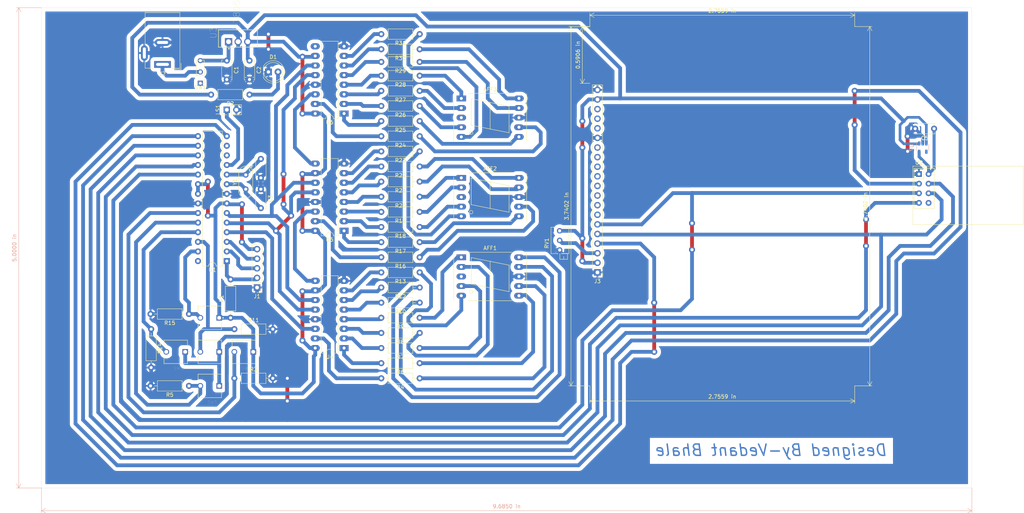
<source format=kicad_pcb>
(kicad_pcb (version 20171130) (host pcbnew "(5.1.5)-3")
  (layers (0 F.Cu signal) (31 B.Cu signal) (34 B.Paste user) (35 F.Paste user) (36 B.SilkS user) (37 F.SilkS user) (38 B.Mask user) (39 F.Mask user) (44 Edge.Cuts user))
  (net 0 "")
  (net 1 "Net-(AFF1-Pad1)")
  (net 2 "Net-(AFF1-Pad2)")
  (net 3 Earth)
  (net 4 "Net-(AFF1-Pad4)")
  (net 5 "Net-(AFF1-Pad5)")
  (net 6 "Net-(AFF1-Pad6)")
  (net 7 "Net-(AFF1-Pad7)")
  (net 8 "Net-(AFF1-Pad9)")
  (net 9 "Net-(AFF1-Pad10)")
  (net 10 "Net-(AFF2-Pad1)")
  (net 11 "Net-(AFF2-Pad2)")
  (net 12 "Net-(AFF2-Pad4)")
  (net 13 "Net-(AFF2-Pad5)")
  (net 14 "Net-(AFF2-Pad6)")
  (net 15 "Net-(AFF2-Pad7)")
  (net 16 "Net-(AFF2-Pad9)")
  (net 17 "Net-(AFF2-Pad10)")
  (net 18 "Net-(AFF3-Pad1)")
  (net 19 "Net-(AFF3-Pad2)")
  (net 20 "Net-(AFF3-Pad4)")
  (net 21 "Net-(AFF3-Pad5)")
  (net 22 "Net-(AFF3-Pad6)")
  (net 23 "Net-(AFF3-Pad7)")
  (net 24 "Net-(AFF3-Pad9)")
  (net 25 "Net-(AFF3-Pad10)")
  (net 26 "Net-(C1-Pad1)")
  (net 27 +5V)
  (net 28 "Net-(C3-Pad2)")
  (net 29 "Net-(C4-Pad2)")
  (net 30 +3V3)
  (net 31 "Net-(D1-Pad2)")
  (net 32 RX)
  (net 33 TX)
  (net 34 RST)
  (net 35 "Net-(J2-Pad1)")
  (net 36 "Net-(J3-Pad18)")
  (net 37 "Net-(J3-Pad17)")
  (net 38 "Net-(J3-Pad16)")
  (net 39 "Net-(J3-Pad14)")
  (net 40 "Net-(J3-Pad13)")
  (net 41 "Net-(J3-Pad12)")
  (net 42 "Net-(J3-Pad11)")
  (net 43 "Net-(J3-Pad10)")
  (net 44 "Net-(J3-Pad9)")
  (net 45 "Net-(J3-Pad8)")
  (net 46 "Net-(J3-Pad7)")
  (net 47 SCK)
  (net 48 MOSI)
  (net 49 CS)
  (net 50 V0)
  (net 51 SPK)
  (net 52 SU)
  (net 53 "Net-(R4-Pad2)")
  (net 54 SR)
  (net 55 "Net-(R6-Pad2)")
  (net 56 "Net-(R7-Pad2)")
  (net 57 "Net-(R8-Pad2)")
  (net 58 "Net-(R9-Pad2)")
  (net 59 "Net-(R10-Pad2)")
  (net 60 SM)
  (net 61 "Net-(R12-Pad2)")
  (net 62 "Net-(R13-Pad2)")
  (net 63 SD)
  (net 64 SL)
  (net 65 "Net-(R16-Pad2)")
  (net 66 "Net-(R17-Pad2)")
  (net 67 "Net-(R18-Pad2)")
  (net 68 "Net-(R19-Pad2)")
  (net 69 "Net-(R20-Pad2)")
  (net 70 "Net-(R21-Pad2)")
  (net 71 "Net-(R22-Pad2)")
  (net 72 "Net-(R23-Pad2)")
  (net 73 "Net-(R24-Pad2)")
  (net 74 "Net-(R25-Pad2)")
  (net 75 "Net-(R26-Pad2)")
  (net 76 "Net-(R27-Pad2)")
  (net 77 "Net-(R28-Pad2)")
  (net 78 "Net-(R29-Pad2)")
  (net 79 "Net-(R30-Pad2)")
  (net 80 "Net-(R31-Pad2)")
  (net 81 "Net-(SW1-Pad1)")
  (net 82 LATCH)
  (net 83 CLOCK)
  (net 84 DATA)
  (net 85 MISO)
  (net 86 CSN)
  (net 87 CE)
  (net 88 "Net-(U2-Pad8)")
  (net 89 "Net-(U4-Pad9)")
  (net 90 "Net-(U5-Pad9)")
  (net 91 "Net-(U6-Pad9)")
  (net 92 "Net-(U7-Pad4)")
  (net 93 "Net-(U1-Pad28)")
  (net 94 "Net-(U1-Pad13)")
  (net 95 "Net-(U1-Pad12)")
  (net 96 "Net-(AFF1-Pad3)")
  (net 97 "Net-(AFF2-Pad3)")
  (net 98 "Net-(AFF3-Pad3)")
  (module Connector_PinHeader_2.00mm:PinHeader_1x03_P2.00mm_Vertical (layer F.Cu) (at 64 49 180)
    (fp_text reference SW1 (at 0 -2.06 180) (layer F.SilkS))
    (fp_text value SW_Push_SPDT)
    (pad 3 thru_hole oval (at 0 5 180) (size 1.35 1.35) (drill 0.8) (layers *.Cu *.Mask) (net 26 "Net-(C1-Pad1)"))
    (pad 2 thru_hole oval (at 0 2 180) (size 1.35 1.35) (drill 0.8) (layers *.Cu *.Mask) (net 35 "Net-(J2-Pad1)"))
    (pad 1 thru_hole rect (at 0 -1 180) (size 1.35 1.35) (drill 0.8) (layers *.Cu *.Mask) (net 81 "Net-(SW1-Pad1)"))
  )
  (module Potentiometer_THT:Potentiometer_Bourns_3266Z_Horizontal (layer F.Cu) (at 159 89 90)
    (fp_text reference RV1 (at -3.3 -3.41 90) (layer F.SilkS))
    (fp_text value 0-10K)
    (pad 3 thru_hole circle (at -5.08 0 90) (size 1.44 1.44) (drill 0.8) (layers *.Cu *.Mask) (net 3 Earth))
    (pad 2 thru_hole circle (at -2.54 0 90) (size 1.44 1.44) (drill 0.8) (layers *.Cu *.Mask) (net 50 V0))
    (pad 1 thru_hole circle (at 0 0 90) (size 1.44 1.44) (drill 0.8) (layers *.Cu *.Mask) (net 27 +5V))
  )
  (module Resistor_THT:R_Axial_DIN0207_L6.3mm_D2.5mm_P10.16mm_Horizontal (layer F.Cu) (at 122 37 180)
    (fp_text reference R31 (at 5.08 -2.37) (layer F.SilkS))
    (fp_text value 100R)
    (pad 2 thru_hole oval (at 10.16 0 180) (size 1.6 1.6) (drill 0.8) (layers *.Cu *.Mask) (net 80 "Net-(R31-Pad2)"))
    (pad 1 thru_hole circle (at 0 0 180) (size 1.6 1.6) (drill 0.8) (layers *.Cu *.Mask) (net 21 "Net-(AFF3-Pad5)"))
  )
  (module Resistor_THT:R_Axial_DIN0207_L6.3mm_D2.5mm_P10.16mm_Horizontal (layer F.Cu) (at 122 41 180)
    (fp_text reference R30 (at 5.08 -2.37) (layer F.SilkS))
    (fp_text value 100R)
    (pad 2 thru_hole oval (at 10.16 0 180) (size 1.6 1.6) (drill 0.8) (layers *.Cu *.Mask) (net 79 "Net-(R30-Pad2)"))
    (pad 1 thru_hole circle (at 0 0 180) (size 1.6 1.6) (drill 0.8) (layers *.Cu *.Mask) (net 25 "Net-(AFF3-Pad10)"))
  )
  (module Resistor_THT:R_Axial_DIN0207_L6.3mm_D2.5mm_P10.16mm_Horizontal (layer F.Cu) (at 122 44.35 180)
    (fp_text reference R29 (at 5.08 -2.37) (layer F.SilkS))
    (fp_text value 100R)
    (pad 2 thru_hole oval (at 10.16 0 180) (size 1.6 1.6) (drill 0.8) (layers *.Cu *.Mask) (net 78 "Net-(R29-Pad2)"))
    (pad 1 thru_hole circle (at 0 0 180) (size 1.6 1.6) (drill 0.8) (layers *.Cu *.Mask) (net 24 "Net-(AFF3-Pad9)"))
  )
  (module Resistor_THT:R_Axial_DIN0207_L6.3mm_D2.5mm_P10.16mm_Horizontal (layer F.Cu) (at 122 48 180)
    (fp_text reference R28 (at 5.08 -2.37) (layer F.SilkS))
    (fp_text value 100R)
    (pad 2 thru_hole oval (at 10.16 0 180) (size 1.6 1.6) (drill 0.8) (layers *.Cu *.Mask) (net 77 "Net-(R28-Pad2)"))
    (pad 1 thru_hole circle (at 0 0 180) (size 1.6 1.6) (drill 0.8) (layers *.Cu *.Mask) (net 18 "Net-(AFF3-Pad1)"))
  )
  (module Resistor_THT:R_Axial_DIN0207_L6.3mm_D2.5mm_P10.16mm_Horizontal (layer F.Cu) (at 122 52 180)
    (fp_text reference R27 (at 5.08 -2.37) (layer F.SilkS))
    (fp_text value 100R)
    (pad 2 thru_hole oval (at 10.16 0 180) (size 1.6 1.6) (drill 0.8) (layers *.Cu *.Mask) (net 76 "Net-(R27-Pad2)"))
    (pad 1 thru_hole circle (at 0 0 180) (size 1.6 1.6) (drill 0.8) (layers *.Cu *.Mask) (net 19 "Net-(AFF3-Pad2)"))
  )
  (module Resistor_THT:R_Axial_DIN0207_L6.3mm_D2.5mm_P10.16mm_Horizontal (layer F.Cu) (at 122 56 180)
    (fp_text reference R26 (at 5.08 -2.37) (layer F.SilkS))
    (fp_text value 100R)
    (pad 2 thru_hole oval (at 10.16 0 180) (size 1.6 1.6) (drill 0.8) (layers *.Cu *.Mask) (net 75 "Net-(R26-Pad2)"))
    (pad 1 thru_hole circle (at 0 0 180) (size 1.6 1.6) (drill 0.8) (layers *.Cu *.Mask) (net 20 "Net-(AFF3-Pad4)"))
  )
  (module Resistor_THT:R_Axial_DIN0207_L6.3mm_D2.5mm_P10.16mm_Horizontal (layer F.Cu) (at 122 60 180)
    (fp_text reference R25 (at 5.08 -2.37) (layer F.SilkS))
    (fp_text value 100R)
    (pad 2 thru_hole oval (at 10.16 0 180) (size 1.6 1.6) (drill 0.8) (layers *.Cu *.Mask) (net 74 "Net-(R25-Pad2)"))
    (pad 1 thru_hole circle (at 0 0 180) (size 1.6 1.6) (drill 0.8) (layers *.Cu *.Mask) (net 22 "Net-(AFF3-Pad6)"))
  )
  (module Resistor_THT:R_Axial_DIN0207_L6.3mm_D2.5mm_P10.16mm_Horizontal (layer F.Cu) (at 122 64 180)
    (fp_text reference R24 (at 5.08 -2.37) (layer F.SilkS))
    (fp_text value 100R)
    (pad 2 thru_hole oval (at 10.16 0 180) (size 1.6 1.6) (drill 0.8) (layers *.Cu *.Mask) (net 73 "Net-(R24-Pad2)"))
    (pad 1 thru_hole circle (at 0 0 180) (size 1.6 1.6) (drill 0.8) (layers *.Cu *.Mask) (net 23 "Net-(AFF3-Pad7)"))
  )
  (module Resistor_THT:R_Axial_DIN0207_L6.3mm_D2.5mm_P10.16mm_Horizontal (layer F.Cu) (at 122 68 180)
    (fp_text reference R23 (at 5.08 -2.37) (layer F.SilkS))
    (fp_text value 100R)
    (pad 2 thru_hole oval (at 10.16 0 180) (size 1.6 1.6) (drill 0.8) (layers *.Cu *.Mask) (net 72 "Net-(R23-Pad2)"))
    (pad 1 thru_hole circle (at 0 0 180) (size 1.6 1.6) (drill 0.8) (layers *.Cu *.Mask) (net 13 "Net-(AFF2-Pad5)"))
  )
  (module Resistor_THT:R_Axial_DIN0207_L6.3mm_D2.5mm_P10.16mm_Horizontal (layer F.Cu) (at 122 72 180)
    (fp_text reference R22 (at 5.08 -2.37) (layer F.SilkS))
    (fp_text value 100R)
    (pad 2 thru_hole oval (at 10.16 0 180) (size 1.6 1.6) (drill 0.8) (layers *.Cu *.Mask) (net 71 "Net-(R22-Pad2)"))
    (pad 1 thru_hole circle (at 0 0 180) (size 1.6 1.6) (drill 0.8) (layers *.Cu *.Mask) (net 17 "Net-(AFF2-Pad10)"))
  )
  (module Resistor_THT:R_Axial_DIN0207_L6.3mm_D2.5mm_P10.16mm_Horizontal (layer F.Cu) (at 122 76 180)
    (fp_text reference R21 (at 5.08 -2.37) (layer F.SilkS))
    (fp_text value 100R)
    (pad 2 thru_hole oval (at 10.16 0 180) (size 1.6 1.6) (drill 0.8) (layers *.Cu *.Mask) (net 70 "Net-(R21-Pad2)"))
    (pad 1 thru_hole circle (at 0 0 180) (size 1.6 1.6) (drill 0.8) (layers *.Cu *.Mask) (net 16 "Net-(AFF2-Pad9)"))
  )
  (module Resistor_THT:R_Axial_DIN0207_L6.3mm_D2.5mm_P10.16mm_Horizontal (layer F.Cu) (at 122 80 180)
    (fp_text reference R20 (at 5.08 -2.37) (layer F.SilkS))
    (fp_text value 100R)
    (pad 2 thru_hole oval (at 10.16 0 180) (size 1.6 1.6) (drill 0.8) (layers *.Cu *.Mask) (net 69 "Net-(R20-Pad2)"))
    (pad 1 thru_hole circle (at 0 0 180) (size 1.6 1.6) (drill 0.8) (layers *.Cu *.Mask) (net 10 "Net-(AFF2-Pad1)"))
  )
  (module Resistor_THT:R_Axial_DIN0207_L6.3mm_D2.5mm_P10.16mm_Horizontal (layer F.Cu) (at 122 84 180)
    (fp_text reference R19 (at 5.08 -2.37) (layer F.SilkS))
    (fp_text value 100R)
    (pad 2 thru_hole oval (at 10.16 0 180) (size 1.6 1.6) (drill 0.8) (layers *.Cu *.Mask) (net 68 "Net-(R19-Pad2)"))
    (pad 1 thru_hole circle (at 0 0 180) (size 1.6 1.6) (drill 0.8) (layers *.Cu *.Mask) (net 11 "Net-(AFF2-Pad2)"))
  )
  (module Resistor_THT:R_Axial_DIN0207_L6.3mm_D2.5mm_P10.16mm_Horizontal (layer F.Cu) (at 122 88 180)
    (fp_text reference R18 (at 5.08 -2.37) (layer F.SilkS))
    (fp_text value 100R)
    (pad 2 thru_hole oval (at 10.16 0 180) (size 1.6 1.6) (drill 0.8) (layers *.Cu *.Mask) (net 67 "Net-(R18-Pad2)"))
    (pad 1 thru_hole circle (at 0 0 180) (size 1.6 1.6) (drill 0.8) (layers *.Cu *.Mask) (net 12 "Net-(AFF2-Pad4)"))
  )
  (module Resistor_THT:R_Axial_DIN0207_L6.3mm_D2.5mm_P10.16mm_Horizontal (layer F.Cu) (at 122 92 180)
    (fp_text reference R17 (at 5.08 -2.37) (layer F.SilkS))
    (fp_text value 100R)
    (pad 2 thru_hole oval (at 10.16 0 180) (size 1.6 1.6) (drill 0.8) (layers *.Cu *.Mask) (net 66 "Net-(R17-Pad2)"))
    (pad 1 thru_hole circle (at 0 0 180) (size 1.6 1.6) (drill 0.8) (layers *.Cu *.Mask) (net 14 "Net-(AFF2-Pad6)"))
  )
  (module Resistor_THT:R_Axial_DIN0207_L6.3mm_D2.5mm_P10.16mm_Horizontal (layer F.Cu) (at 122 96 180)
    (fp_text reference R16 (at 5.08 -2.37) (layer F.SilkS))
    (fp_text value 100R)
    (pad 2 thru_hole oval (at 10.16 0 180) (size 1.6 1.6) (drill 0.8) (layers *.Cu *.Mask) (net 65 "Net-(R16-Pad2)"))
    (pad 1 thru_hole circle (at 0 0 180) (size 1.6 1.6) (drill 0.8) (layers *.Cu *.Mask) (net 15 "Net-(AFF2-Pad7)"))
  )
  (module Resistor_THT:R_Axial_DIN0207_L6.3mm_D2.5mm_P10.16mm_Horizontal (layer F.Cu) (at 61 111 180)
    (fp_text reference R15 (at 5.08 -2.37) (layer F.SilkS))
    (fp_text value 10K)
    (pad 2 thru_hole oval (at 10.16 0 180) (size 1.6 1.6) (drill 0.8) (layers *.Cu *.Mask) (net 3 Earth))
    (pad 1 thru_hole circle (at 0 0 180) (size 1.6 1.6) (drill 0.8) (layers *.Cu *.Mask) (net 64 SL))
  )
  (module Resistor_THT:R_Axial_DIN0207_L6.3mm_D2.5mm_P10.16mm_Horizontal (layer F.Cu) (at 51 115 270)
    (fp_text reference R14 (at 5.08 -2.37 90) (layer F.SilkS))
    (fp_text value 10K)
    (pad 2 thru_hole oval (at 10.16 0 270) (size 1.6 1.6) (drill 0.8) (layers *.Cu *.Mask) (net 3 Earth))
    (pad 1 thru_hole circle (at 0 0 270) (size 1.6 1.6) (drill 0.8) (layers *.Cu *.Mask) (net 63 SD))
  )
  (module Resistor_THT:R_Axial_DIN0207_L6.3mm_D2.5mm_P10.16mm_Horizontal (layer F.Cu) (at 122 100 180)
    (fp_text reference R13 (at 5.08 -2.37) (layer F.SilkS))
    (fp_text value 100R)
    (pad 2 thru_hole oval (at 10.16 0 180) (size 1.6 1.6) (drill 0.8) (layers *.Cu *.Mask) (net 62 "Net-(R13-Pad2)"))
    (pad 1 thru_hole circle (at 0 0 180) (size 1.6 1.6) (drill 0.8) (layers *.Cu *.Mask) (net 5 "Net-(AFF1-Pad5)"))
  )
  (module Resistor_THT:R_Axial_DIN0207_L6.3mm_D2.5mm_P10.16mm_Horizontal (layer F.Cu) (at 122 104 180)
    (fp_text reference R12 (at 5.08 -2.37) (layer F.SilkS))
    (fp_text value 100R)
    (pad 2 thru_hole oval (at 10.16 0 180) (size 1.6 1.6) (drill 0.8) (layers *.Cu *.Mask) (net 61 "Net-(R12-Pad2)"))
    (pad 1 thru_hole circle (at 0 0 180) (size 1.6 1.6) (drill 0.8) (layers *.Cu *.Mask) (net 9 "Net-(AFF1-Pad10)"))
  )
  (module Resistor_THT:R_Axial_DIN0207_L6.3mm_D2.5mm_P10.16mm_Horizontal (layer F.Cu) (at 73 115)
    (fp_text reference R11 (at 5.08 -2.37) (layer F.SilkS))
    (fp_text value 10K)
    (pad 2 thru_hole oval (at 10.16 0) (size 1.6 1.6) (drill 0.8) (layers *.Cu *.Mask) (net 3 Earth))
    (pad 1 thru_hole circle (at 0 0) (size 1.6 1.6) (drill 0.8) (layers *.Cu *.Mask) (net 60 SM))
  )
  (module Resistor_THT:R_Axial_DIN0207_L6.3mm_D2.5mm_P10.16mm_Horizontal (layer F.Cu) (at 122 108 180)
    (fp_text reference R10 (at 5.08 -2.37) (layer F.SilkS))
    (fp_text value 100R)
    (pad 2 thru_hole oval (at 10.16 0 180) (size 1.6 1.6) (drill 0.8) (layers *.Cu *.Mask) (net 59 "Net-(R10-Pad2)"))
    (pad 1 thru_hole circle (at 0 0 180) (size 1.6 1.6) (drill 0.8) (layers *.Cu *.Mask) (net 8 "Net-(AFF1-Pad9)"))
  )
  (module Resistor_THT:R_Axial_DIN0207_L6.3mm_D2.5mm_P10.16mm_Horizontal (layer F.Cu) (at 122 112 180)
    (fp_text reference R9 (at 5.08 -2.37) (layer F.SilkS))
    (fp_text value 100R)
    (pad 2 thru_hole oval (at 10.16 0 180) (size 1.6 1.6) (drill 0.8) (layers *.Cu *.Mask) (net 58 "Net-(R9-Pad2)"))
    (pad 1 thru_hole circle (at 0 0 180) (size 1.6 1.6) (drill 0.8) (layers *.Cu *.Mask) (net 1 "Net-(AFF1-Pad1)"))
  )
  (module Resistor_THT:R_Axial_DIN0207_L6.3mm_D2.5mm_P10.16mm_Horizontal (layer F.Cu) (at 122 116 180)
    (fp_text reference R8 (at 5.08 -2.37) (layer F.SilkS))
    (fp_text value 100R)
    (pad 2 thru_hole oval (at 10.16 0 180) (size 1.6 1.6) (drill 0.8) (layers *.Cu *.Mask) (net 57 "Net-(R8-Pad2)"))
    (pad 1 thru_hole circle (at 0 0 180) (size 1.6 1.6) (drill 0.8) (layers *.Cu *.Mask) (net 2 "Net-(AFF1-Pad2)"))
  )
  (module Resistor_THT:R_Axial_DIN0207_L6.3mm_D2.5mm_P10.16mm_Horizontal (layer F.Cu) (at 122 120 180)
    (fp_text reference R7 (at 5.08 -2.37) (layer F.SilkS))
    (fp_text value 100R)
    (pad 2 thru_hole oval (at 10.16 0 180) (size 1.6 1.6) (drill 0.8) (layers *.Cu *.Mask) (net 56 "Net-(R7-Pad2)"))
    (pad 1 thru_hole circle (at 0 0 180) (size 1.6 1.6) (drill 0.8) (layers *.Cu *.Mask) (net 4 "Net-(AFF1-Pad4)"))
  )
  (module Resistor_THT:R_Axial_DIN0207_L6.3mm_D2.5mm_P10.16mm_Horizontal (layer F.Cu) (at 122 124 180)
    (fp_text reference R6 (at 5.08 -2.37) (layer F.SilkS))
    (fp_text value 100R)
    (pad 2 thru_hole oval (at 10.16 0 180) (size 1.6 1.6) (drill 0.8) (layers *.Cu *.Mask) (net 55 "Net-(R6-Pad2)"))
    (pad 1 thru_hole circle (at 0 0 180) (size 1.6 1.6) (drill 0.8) (layers *.Cu *.Mask) (net 6 "Net-(AFF1-Pad6)"))
  )
  (module Resistor_THT:R_Axial_DIN0207_L6.3mm_D2.5mm_P10.16mm_Horizontal (layer F.Cu) (at 61 130 180)
    (fp_text reference R5 (at 5.08 -2.37) (layer F.SilkS))
    (fp_text value 10K)
    (pad 2 thru_hole oval (at 10.16 0 180) (size 1.6 1.6) (drill 0.8) (layers *.Cu *.Mask) (net 3 Earth))
    (pad 1 thru_hole circle (at 0 0 180) (size 1.6 1.6) (drill 0.8) (layers *.Cu *.Mask) (net 54 SR))
  )
  (module Resistor_THT:R_Axial_DIN0207_L6.3mm_D2.5mm_P10.16mm_Horizontal (layer F.Cu) (at 122 128 180)
    (fp_text reference R4 (at 5.08 -2.37) (layer F.SilkS))
    (fp_text value 100R)
    (pad 2 thru_hole oval (at 10.16 0 180) (size 1.6 1.6) (drill 0.8) (layers *.Cu *.Mask) (net 53 "Net-(R4-Pad2)"))
    (pad 1 thru_hole circle (at 0 0 180) (size 1.6 1.6) (drill 0.8) (layers *.Cu *.Mask) (net 7 "Net-(AFF1-Pad7)"))
  )
  (module Resistor_THT:R_Axial_DIN0207_L6.3mm_D2.5mm_P10.16mm_Horizontal (layer F.Cu) (at 73 128)
    (fp_text reference R3 (at 5.08 -2.37) (layer F.SilkS))
    (fp_text value 10K)
    (pad 2 thru_hole oval (at 10.16 0) (size 1.6 1.6) (drill 0.8) (layers *.Cu *.Mask) (net 3 Earth))
    (pad 1 thru_hole circle (at 0 0) (size 1.6 1.6) (drill 0.8) (layers *.Cu *.Mask) (net 52 SU))
  )
  (module Resistor_THT:R_Axial_DIN0207_L6.3mm_D2.5mm_P10.16mm_Horizontal (layer F.Cu) (at 77 53 180)
    (fp_text reference R2 (at 5.08 -2.37) (layer F.SilkS))
    (fp_text value 1K)
    (pad 2 thru_hole oval (at 10.16 0 180) (size 1.6 1.6) (drill 0.8) (layers *.Cu *.Mask) (net 27 +5V))
    (pad 1 thru_hole circle (at 0 0 180) (size 1.6 1.6) (drill 0.8) (layers *.Cu *.Mask) (net 31 "Net-(D1-Pad2)"))
  )
  (module Resistor_THT:R_Axial_DIN0207_L6.3mm_D2.5mm_P10.16mm_Horizontal (layer F.Cu) (at 72 112 90)
    (fp_text reference R1 (at 5.08 -2.37 90) (layer F.SilkS))
    (fp_text value 10K)
    (pad 2 thru_hole oval (at 10.16 0 90) (size 1.6 1.6) (drill 0.8) (layers *.Cu *.Mask) (net 34 RST))
    (pad 1 thru_hole circle (at 0 0 90) (size 1.6 1.6) (drill 0.8) (layers *.Cu *.Mask) (net 27 +5V))
  )
  (module FSM8JRT:TE_FSM8JRT (layer F.Cu) (at 69 112 180)
    (fp_text reference SW6 (at 1.834658 -4.310015) (layer F.SilkS) (effects (font (size 0.801252 0.801252) (thickness 0.015))))
    (fp_text value SL)
    (pad 2 thru_hole circle (at 5.0038 0 180) (size 1.4986 1.4986) (drill 0.9906) (layers *.Cu *.Mask) (net 64 SL))
    (pad 1 thru_hole rect (at 0 0 180) (size 1.4986 1.4986) (drill 0.9906) (layers *.Cu *.Mask) (net 27 +5V))
  )
  (module FSM8JRT:TE_FSM8JRT (layer F.Cu) (at 60 121 180)
    (fp_text reference SW5 (at 1.834658 -4.310015) (layer F.SilkS) (effects (font (size 0.801252 0.801252) (thickness 0.015))))
    (fp_text value SD)
    (pad 2 thru_hole circle (at 5.0038 0 180) (size 1.4986 1.4986) (drill 0.9906) (layers *.Cu *.Mask) (net 63 SD))
    (pad 1 thru_hole rect (at 0 0 180) (size 1.4986 1.4986) (drill 0.9906) (layers *.Cu *.Mask) (net 27 +5V))
  )
  (module FSM8JRT:TE_FSM8JRT (layer F.Cu) (at 69 121 180)
    (fp_text reference SW4 (at 1.834658 -4.310015) (layer F.SilkS) (effects (font (size 0.801252 0.801252) (thickness 0.015))))
    (fp_text value SM)
    (pad 2 thru_hole circle (at 5.0038 0 180) (size 1.4986 1.4986) (drill 0.9906) (layers *.Cu *.Mask) (net 60 SM))
    (pad 1 thru_hole rect (at 0 0 180) (size 1.4986 1.4986) (drill 0.9906) (layers *.Cu *.Mask) (net 27 +5V))
  )
  (module FSM8JRT:TE_FSM8JRT (layer F.Cu) (at 69 130 180)
    (fp_text reference SW3 (at 1.834658 -4.310015) (layer F.SilkS) (effects (font (size 0.801252 0.801252) (thickness 0.015))))
    (fp_text value SR)
    (pad 2 thru_hole circle (at 5.0038 0 180) (size 1.4986 1.4986) (drill 0.9906) (layers *.Cu *.Mask) (net 54 SR))
    (pad 1 thru_hole rect (at 0 0 180) (size 1.4986 1.4986) (drill 0.9906) (layers *.Cu *.Mask) (net 27 +5V))
  )
  (module FSM8JRT:TE_FSM8JRT (layer F.Cu) (at 78 121 180)
    (fp_text reference SW2 (at 1.834658 -4.310015) (layer F.SilkS) (effects (font (size 0.801252 0.801252) (thickness 0.015))))
    (fp_text value SU)
    (pad 2 thru_hole circle (at 5.0038 0 180) (size 1.4986 1.4986) (drill 0.9906) (layers *.Cu *.Mask) (net 52 SU))
    (pad 1 thru_hole rect (at 0 0 180) (size 1.4986 1.4986) (drill 0.9906) (layers *.Cu *.Mask) (net 27 +5V))
  )
  (module Crystal:Crystal_HC52-6mm_Vertical (layer F.Cu) (at 76 78 90)
    (fp_text reference Y1 (at 1.9 -2.85 90) (layer F.SilkS))
    (fp_text value 16mhz)
    (pad 2 thru_hole circle (at 3.8 0 90) (size 1.5 1.5) (drill 0.8) (layers *.Cu *.Mask) (net 29 "Net-(C4-Pad2)"))
    (pad 1 thru_hole circle (at 0 0 90) (size 1.5 1.5) (drill 0.8) (layers *.Cu *.Mask) (net 28 "Net-(C3-Pad2)"))
  )
  (module Package_TO_SOT_SMD:SOT-23-5 (layer B.Cu) (at 255 67 270)
    (fp_text reference U7 (at 0 2.9 90) (layer B.SilkS) (effects (justify mirror)))
    (fp_text value LP2985-3.3)
    (pad 5 smd rect (at 1.1 0.95 270) (size 1.06 0.65) (layers B.Cu B.Paste B.Mask) (net 30 +3V3))
    (pad 4 smd rect (at 1.1 -0.95 270) (size 1.06 0.65) (layers B.Cu B.Paste B.Mask) (net 92 "Net-(U7-Pad4)"))
    (pad 3 smd rect (at -1.1 -0.95 270) (size 1.06 0.65) (layers B.Cu B.Paste B.Mask) (net 27 +5V))
    (pad 2 smd rect (at -1.1 0 270) (size 1.06 0.65) (layers B.Cu B.Paste B.Mask) (net 3 Earth))
    (pad 1 smd rect (at -1.1 0.95 270) (size 1.06 0.65) (layers B.Cu B.Paste B.Mask) (net 27 +5V))
  )
  (module Package_DIP:DIP-16_W7.62mm_LongPads (layer F.Cu) (at 102 58 180)
    (fp_text reference U6 (at 3.81 -2.33) (layer F.SilkS))
    (fp_text value 74HC595)
    (pad 16 thru_hole oval (at 7.62 0 180) (size 2.4 1.6) (drill 0.8) (layers *.Cu *.Mask) (net 27 +5V))
    (pad 8 thru_hole oval (at 0 17.78 180) (size 2.4 1.6) (drill 0.8) (layers *.Cu *.Mask) (net 3 Earth))
    (pad 15 thru_hole oval (at 7.62 2.54 180) (size 2.4 1.6) (drill 0.8) (layers *.Cu *.Mask) (net 73 "Net-(R24-Pad2)"))
    (pad 7 thru_hole oval (at 0 15.24 180) (size 2.4 1.6) (drill 0.8) (layers *.Cu *.Mask) (net 80 "Net-(R31-Pad2)"))
    (pad 14 thru_hole oval (at 7.62 5.08 180) (size 2.4 1.6) (drill 0.8) (layers *.Cu *.Mask) (net 90 "Net-(U5-Pad9)"))
    (pad 6 thru_hole oval (at 0 12.7 180) (size 2.4 1.6) (drill 0.8) (layers *.Cu *.Mask) (net 79 "Net-(R30-Pad2)"))
    (pad 13 thru_hole oval (at 7.62 7.62 180) (size 2.4 1.6) (drill 0.8) (layers *.Cu *.Mask) (net 3 Earth))
    (pad 5 thru_hole oval (at 0 10.16 180) (size 2.4 1.6) (drill 0.8) (layers *.Cu *.Mask) (net 78 "Net-(R29-Pad2)"))
    (pad 12 thru_hole oval (at 7.62 10.16 180) (size 2.4 1.6) (drill 0.8) (layers *.Cu *.Mask) (net 82 LATCH))
    (pad 4 thru_hole oval (at 0 7.62 180) (size 2.4 1.6) (drill 0.8) (layers *.Cu *.Mask) (net 77 "Net-(R28-Pad2)"))
    (pad 11 thru_hole oval (at 7.62 12.7 180) (size 2.4 1.6) (drill 0.8) (layers *.Cu *.Mask) (net 83 CLOCK))
    (pad 3 thru_hole oval (at 0 5.08 180) (size 2.4 1.6) (drill 0.8) (layers *.Cu *.Mask) (net 76 "Net-(R27-Pad2)"))
    (pad 10 thru_hole oval (at 7.62 15.24 180) (size 2.4 1.6) (drill 0.8) (layers *.Cu *.Mask) (net 27 +5V))
    (pad 2 thru_hole oval (at 0 2.54 180) (size 2.4 1.6) (drill 0.8) (layers *.Cu *.Mask) (net 75 "Net-(R26-Pad2)"))
    (pad 9 thru_hole oval (at 7.62 17.78 180) (size 2.4 1.6) (drill 0.8) (layers *.Cu *.Mask) (net 91 "Net-(U6-Pad9)"))
    (pad 1 thru_hole rect (at 0 0 180) (size 2.4 1.6) (drill 0.8) (layers *.Cu *.Mask) (net 74 "Net-(R25-Pad2)"))
  )
  (module Package_DIP:DIP-16_W7.62mm_LongPads (layer F.Cu) (at 102 89 180)
    (fp_text reference U5 (at 3.81 -2.33) (layer F.SilkS))
    (fp_text value 74HC595)
    (pad 16 thru_hole oval (at 7.62 0 180) (size 2.4 1.6) (drill 0.8) (layers *.Cu *.Mask) (net 27 +5V))
    (pad 8 thru_hole oval (at 0 17.78 180) (size 2.4 1.6) (drill 0.8) (layers *.Cu *.Mask) (net 3 Earth))
    (pad 15 thru_hole oval (at 7.62 2.54 180) (size 2.4 1.6) (drill 0.8) (layers *.Cu *.Mask) (net 65 "Net-(R16-Pad2)"))
    (pad 7 thru_hole oval (at 0 15.24 180) (size 2.4 1.6) (drill 0.8) (layers *.Cu *.Mask) (net 72 "Net-(R23-Pad2)"))
    (pad 14 thru_hole oval (at 7.62 5.08 180) (size 2.4 1.6) (drill 0.8) (layers *.Cu *.Mask) (net 89 "Net-(U4-Pad9)"))
    (pad 6 thru_hole oval (at 0 12.7 180) (size 2.4 1.6) (drill 0.8) (layers *.Cu *.Mask) (net 71 "Net-(R22-Pad2)"))
    (pad 13 thru_hole oval (at 7.62 7.62 180) (size 2.4 1.6) (drill 0.8) (layers *.Cu *.Mask) (net 3 Earth))
    (pad 5 thru_hole oval (at 0 10.16 180) (size 2.4 1.6) (drill 0.8) (layers *.Cu *.Mask) (net 70 "Net-(R21-Pad2)"))
    (pad 12 thru_hole oval (at 7.62 10.16 180) (size 2.4 1.6) (drill 0.8) (layers *.Cu *.Mask) (net 82 LATCH))
    (pad 4 thru_hole oval (at 0 7.62 180) (size 2.4 1.6) (drill 0.8) (layers *.Cu *.Mask) (net 69 "Net-(R20-Pad2)"))
    (pad 11 thru_hole oval (at 7.62 12.7 180) (size 2.4 1.6) (drill 0.8) (layers *.Cu *.Mask) (net 83 CLOCK))
    (pad 3 thru_hole oval (at 0 5.08 180) (size 2.4 1.6) (drill 0.8) (layers *.Cu *.Mask) (net 68 "Net-(R19-Pad2)"))
    (pad 10 thru_hole oval (at 7.62 15.24 180) (size 2.4 1.6) (drill 0.8) (layers *.Cu *.Mask) (net 27 +5V))
    (pad 2 thru_hole oval (at 0 2.54 180) (size 2.4 1.6) (drill 0.8) (layers *.Cu *.Mask) (net 67 "Net-(R18-Pad2)"))
    (pad 9 thru_hole oval (at 7.62 17.78 180) (size 2.4 1.6) (drill 0.8) (layers *.Cu *.Mask) (net 90 "Net-(U5-Pad9)"))
    (pad 1 thru_hole rect (at 0 0 180) (size 2.4 1.6) (drill 0.8) (layers *.Cu *.Mask) (net 66 "Net-(R17-Pad2)"))
  )
  (module Package_DIP:DIP-16_W7.62mm_LongPads (layer F.Cu) (at 102 120 180)
    (fp_text reference U4 (at 3.81 -2.33) (layer F.SilkS))
    (fp_text value 74HC595)
    (pad 16 thru_hole oval (at 7.62 0 180) (size 2.4 1.6) (drill 0.8) (layers *.Cu *.Mask) (net 27 +5V))
    (pad 8 thru_hole oval (at 0 17.78 180) (size 2.4 1.6) (drill 0.8) (layers *.Cu *.Mask) (net 3 Earth))
    (pad 15 thru_hole oval (at 7.62 2.54 180) (size 2.4 1.6) (drill 0.8) (layers *.Cu *.Mask) (net 53 "Net-(R4-Pad2)"))
    (pad 7 thru_hole oval (at 0 15.24 180) (size 2.4 1.6) (drill 0.8) (layers *.Cu *.Mask) (net 62 "Net-(R13-Pad2)"))
    (pad 14 thru_hole oval (at 7.62 5.08 180) (size 2.4 1.6) (drill 0.8) (layers *.Cu *.Mask) (net 84 DATA))
    (pad 6 thru_hole oval (at 0 12.7 180) (size 2.4 1.6) (drill 0.8) (layers *.Cu *.Mask) (net 61 "Net-(R12-Pad2)"))
    (pad 13 thru_hole oval (at 7.62 7.62 180) (size 2.4 1.6) (drill 0.8) (layers *.Cu *.Mask) (net 3 Earth))
    (pad 5 thru_hole oval (at 0 10.16 180) (size 2.4 1.6) (drill 0.8) (layers *.Cu *.Mask) (net 59 "Net-(R10-Pad2)"))
    (pad 12 thru_hole oval (at 7.62 10.16 180) (size 2.4 1.6) (drill 0.8) (layers *.Cu *.Mask) (net 82 LATCH))
    (pad 4 thru_hole oval (at 0 7.62 180) (size 2.4 1.6) (drill 0.8) (layers *.Cu *.Mask) (net 58 "Net-(R9-Pad2)"))
    (pad 11 thru_hole oval (at 7.62 12.7 180) (size 2.4 1.6) (drill 0.8) (layers *.Cu *.Mask) (net 83 CLOCK))
    (pad 3 thru_hole oval (at 0 5.08 180) (size 2.4 1.6) (drill 0.8) (layers *.Cu *.Mask) (net 57 "Net-(R8-Pad2)"))
    (pad 10 thru_hole oval (at 7.62 15.24 180) (size 2.4 1.6) (drill 0.8) (layers *.Cu *.Mask) (net 27 +5V))
    (pad 2 thru_hole oval (at 0 2.54 180) (size 2.4 1.6) (drill 0.8) (layers *.Cu *.Mask) (net 56 "Net-(R7-Pad2)"))
    (pad 9 thru_hole oval (at 7.62 17.78 180) (size 2.4 1.6) (drill 0.8) (layers *.Cu *.Mask) (net 89 "Net-(U4-Pad9)"))
    (pad 1 thru_hole rect (at 0 0 180) (size 2.4 1.6) (drill 0.8) (layers *.Cu *.Mask) (net 55 "Net-(R6-Pad2)"))
  )
  (module L7805CV:TO254P460X1020X1945-3P (layer F.Cu) (at 74 39 90)
    (fp_text reference U3 (at 2.42127 -6.55675 90) (layer F.SilkS) (effects (font (size 1.64385 1.64385) (thickness 0.05))))
    (fp_text value L7805 (at 7.3132 -0.38 90) (layer F.SilkS) (effects (font (size 1.64457 1.64457) (thickness 0.05))))
    (pad 3 thru_hole circle (at 0 2.54) (size 1.91 1.91) (drill 1.27) (layers *.Cu *.Mask) (net 27 +5V))
    (pad 2 thru_hole circle (at 0 0) (size 1.91 1.91) (drill 1.27) (layers *.Cu *.Mask) (net 3 Earth))
    (pad 1 thru_hole rect (at 0 -2.54) (size 1.91 1.91) (drill 1.27) (layers *.Cu *.Mask) (net 26 "Net-(C1-Pad1)"))
  )
  (module RF_Module:nRF24L01_Breakout (layer F.Cu) (at 254 74)
    (fp_text reference U2 (at 0 -3) (layer F.SilkS))
    (fp_text value NRF24L01_Breakout)
    (pad 8 thru_hole circle (at 2.54 7.62) (size 1.524 1.524) (drill 0.762) (layers *.Cu *.Mask) (net 88 "Net-(U2-Pad8)"))
    (pad 7 thru_hole circle (at 0 7.62) (size 1.524 1.524) (drill 0.762) (layers *.Cu *.Mask) (net 85 MISO))
    (pad 6 thru_hole circle (at 2.54 5.08) (size 1.524 1.524) (drill 0.762) (layers *.Cu *.Mask) (net 48 MOSI))
    (pad 5 thru_hole circle (at 0 5.08) (size 1.524 1.524) (drill 0.762) (layers *.Cu *.Mask) (net 47 SCK))
    (pad 4 thru_hole circle (at 2.54 2.54) (size 1.524 1.524) (drill 0.762) (layers *.Cu *.Mask) (net 86 CSN))
    (pad 3 thru_hole circle (at 0 2.54) (size 1.524 1.524) (drill 0.762) (layers *.Cu *.Mask) (net 87 CE))
    (pad 2 thru_hole circle (at 2.54 0) (size 1.524 1.524) (drill 0.762) (layers *.Cu *.Mask) (net 30 +3V3))
    (pad 1 thru_hole rect (at 0 0) (size 1.524 1.524) (drill 0.762) (layers *.Cu *.Mask) (net 3 Earth))
  )
  (module Package_DIP:DIP-28_W7.62mm (layer F.Cu) (at 71 97 180)
    (fp_text reference U1 (at 3.81 -2.33) (layer F.SilkS))
    (fp_text value ATmega328P-PU)
    (pad 28 thru_hole oval (at 7.62 0 180) (size 1.6 1.6) (drill 0.8) (layers *.Cu *.Mask) (net 93 "Net-(U1-Pad28)"))
    (pad 14 thru_hole oval (at 0 33.02 180) (size 1.6 1.6) (drill 0.8) (layers *.Cu *.Mask) (net 49 CS))
    (pad 27 thru_hole oval (at 7.62 2.54 180) (size 1.6 1.6) (drill 0.8) (layers *.Cu *.Mask) (net 64 SL))
    (pad 13 thru_hole oval (at 0 30.48 180) (size 1.6 1.6) (drill 0.8) (layers *.Cu *.Mask) (net 94 "Net-(U1-Pad13)"))
    (pad 26 thru_hole oval (at 7.62 5.08 180) (size 1.6 1.6) (drill 0.8) (layers *.Cu *.Mask) (net 60 SM))
    (pad 12 thru_hole oval (at 0 27.94 180) (size 1.6 1.6) (drill 0.8) (layers *.Cu *.Mask) (net 95 "Net-(U1-Pad12)"))
    (pad 25 thru_hole oval (at 7.62 7.62 180) (size 1.6 1.6) (drill 0.8) (layers *.Cu *.Mask) (net 63 SD))
    (pad 11 thru_hole oval (at 0 25.4 180) (size 1.6 1.6) (drill 0.8) (layers *.Cu *.Mask) (net 51 SPK))
    (pad 24 thru_hole oval (at 7.62 10.16 180) (size 1.6 1.6) (drill 0.8) (layers *.Cu *.Mask) (net 54 SR))
    (pad 10 thru_hole oval (at 0 22.86 180) (size 1.6 1.6) (drill 0.8) (layers *.Cu *.Mask) (net 29 "Net-(C4-Pad2)"))
    (pad 23 thru_hole oval (at 7.62 12.7 180) (size 1.6 1.6) (drill 0.8) (layers *.Cu *.Mask) (net 52 SU))
    (pad 9 thru_hole oval (at 0 20.32 180) (size 1.6 1.6) (drill 0.8) (layers *.Cu *.Mask) (net 28 "Net-(C3-Pad2)"))
    (pad 22 thru_hole oval (at 7.62 15.24 180) (size 1.6 1.6) (drill 0.8) (layers *.Cu *.Mask) (net 3 Earth))
    (pad 8 thru_hole oval (at 0 17.78 180) (size 1.6 1.6) (drill 0.8) (layers *.Cu *.Mask) (net 3 Earth))
    (pad 21 thru_hole oval (at 7.62 17.78 180) (size 1.6 1.6) (drill 0.8) (layers *.Cu *.Mask) (net 27 +5V))
    (pad 7 thru_hole oval (at 0 15.24 180) (size 1.6 1.6) (drill 0.8) (layers *.Cu *.Mask) (net 27 +5V))
    (pad 20 thru_hole oval (at 7.62 20.32 180) (size 1.6 1.6) (drill 0.8) (layers *.Cu *.Mask) (net 27 +5V))
    (pad 6 thru_hole oval (at 0 12.7 180) (size 1.6 1.6) (drill 0.8) (layers *.Cu *.Mask) (net 83 CLOCK))
    (pad 19 thru_hole oval (at 7.62 22.86 180) (size 1.6 1.6) (drill 0.8) (layers *.Cu *.Mask) (net 47 SCK))
    (pad 5 thru_hole oval (at 0 10.16 180) (size 1.6 1.6) (drill 0.8) (layers *.Cu *.Mask) (net 82 LATCH))
    (pad 18 thru_hole oval (at 7.62 25.4 180) (size 1.6 1.6) (drill 0.8) (layers *.Cu *.Mask) (net 85 MISO))
    (pad 4 thru_hole oval (at 0 7.62 180) (size 1.6 1.6) (drill 0.8) (layers *.Cu *.Mask) (net 84 DATA))
    (pad 17 thru_hole oval (at 7.62 27.94 180) (size 1.6 1.6) (drill 0.8) (layers *.Cu *.Mask) (net 48 MOSI))
    (pad 3 thru_hole oval (at 0 5.08 180) (size 1.6 1.6) (drill 0.8) (layers *.Cu *.Mask) (net 33 TX))
    (pad 16 thru_hole oval (at 7.62 30.48 180) (size 1.6 1.6) (drill 0.8) (layers *.Cu *.Mask) (net 86 CSN))
    (pad 2 thru_hole oval (at 0 2.54 180) (size 1.6 1.6) (drill 0.8) (layers *.Cu *.Mask) (net 32 RX))
    (pad 15 thru_hole oval (at 7.62 33.02 180) (size 1.6 1.6) (drill 0.8) (layers *.Cu *.Mask) (net 87 CE))
    (pad 1 thru_hole rect (at 0 0 180) (size 1.6 1.6) (drill 0.8) (layers *.Cu *.Mask) (net 34 RST))
  )
  (module Connector_PinHeader_2.54mm:PinHeader_1x02_P2.54mm_Vertical (layer F.Cu) (at 71 57 90)
    (fp_text reference LS1 (at 0 -2.33 90) (layer F.SilkS))
    (fp_text value Speaker)
    (pad 2 thru_hole oval (at 0 2.54 90) (size 1.7 1.7) (drill 1) (layers *.Cu *.Mask) (net 3 Earth))
    (pad 1 thru_hole rect (at 0 0 90) (size 1.7 1.7) (drill 1) (layers *.Cu *.Mask) (net 51 SPK))
  )
  (module Connector_PinHeader_2.54mm:PinHeader_1x20_P2.54mm_Vertical (layer F.Cu) (at 169 100 180)
    (fp_text reference J3 (at 0 -2.33) (layer F.SilkS))
    (fp_text value "ST7920 GLCD")
    (pad 20 thru_hole oval (at 0 48.26 180) (size 1.7 1.7) (drill 1) (layers *.Cu *.Mask) (net 3 Earth))
    (pad 19 thru_hole oval (at 0 45.72 180) (size 1.7 1.7) (drill 1) (layers *.Cu *.Mask) (net 27 +5V))
    (pad 18 thru_hole oval (at 0 43.18 180) (size 1.7 1.7) (drill 1) (layers *.Cu *.Mask) (net 36 "Net-(J3-Pad18)"))
    (pad 17 thru_hole oval (at 0 40.64 180) (size 1.7 1.7) (drill 1) (layers *.Cu *.Mask) (net 37 "Net-(J3-Pad17)"))
    (pad 16 thru_hole oval (at 0 38.1 180) (size 1.7 1.7) (drill 1) (layers *.Cu *.Mask) (net 38 "Net-(J3-Pad16)"))
    (pad 15 thru_hole oval (at 0 35.56 180) (size 1.7 1.7) (drill 1) (layers *.Cu *.Mask) (net 3 Earth))
    (pad 14 thru_hole oval (at 0 33.02 180) (size 1.7 1.7) (drill 1) (layers *.Cu *.Mask) (net 39 "Net-(J3-Pad14)"))
    (pad 13 thru_hole oval (at 0 30.48 180) (size 1.7 1.7) (drill 1) (layers *.Cu *.Mask) (net 40 "Net-(J3-Pad13)"))
    (pad 12 thru_hole oval (at 0 27.94 180) (size 1.7 1.7) (drill 1) (layers *.Cu *.Mask) (net 41 "Net-(J3-Pad12)"))
    (pad 11 thru_hole oval (at 0 25.4 180) (size 1.7 1.7) (drill 1) (layers *.Cu *.Mask) (net 42 "Net-(J3-Pad11)"))
    (pad 10 thru_hole oval (at 0 22.86 180) (size 1.7 1.7) (drill 1) (layers *.Cu *.Mask) (net 43 "Net-(J3-Pad10)"))
    (pad 9 thru_hole oval (at 0 20.32 180) (size 1.7 1.7) (drill 1) (layers *.Cu *.Mask) (net 44 "Net-(J3-Pad9)"))
    (pad 8 thru_hole oval (at 0 17.78 180) (size 1.7 1.7) (drill 1) (layers *.Cu *.Mask) (net 45 "Net-(J3-Pad8)"))
    (pad 7 thru_hole oval (at 0 15.24 180) (size 1.7 1.7) (drill 1) (layers *.Cu *.Mask) (net 46 "Net-(J3-Pad7)"))
    (pad 6 thru_hole oval (at 0 12.7 180) (size 1.7 1.7) (drill 1) (layers *.Cu *.Mask) (net 47 SCK))
    (pad 5 thru_hole oval (at 0 10.16 180) (size 1.7 1.7) (drill 1) (layers *.Cu *.Mask) (net 48 MOSI))
    (pad 4 thru_hole oval (at 0 7.62 180) (size 1.7 1.7) (drill 1) (layers *.Cu *.Mask) (net 49 CS))
    (pad 3 thru_hole oval (at 0 5.08 180) (size 1.7 1.7) (drill 1) (layers *.Cu *.Mask) (net 50 V0))
    (pad 2 thru_hole oval (at 0 2.54 180) (size 1.7 1.7) (drill 1) (layers *.Cu *.Mask) (net 27 +5V))
    (pad 1 thru_hole rect (at 0 0 180) (size 1.7 1.7) (drill 1) (layers *.Cu *.Mask) (net 3 Earth))
  )
  (module Connector_BarrelJack:BarrelJack_Wuerth_6941xx301002 (layer F.Cu) (at 54 45 180)
    (fp_text reference J2 (at 0 -2.5) (layer F.SilkS))
    (fp_text value Barrel_Jack_Switch)
    (pad 1 thru_hole rect (at 0 0 180) (size 4.4 1.8) (drill oval 3.4 0.8) (layers *.Cu *.Mask) (net 35 "Net-(J2-Pad1)"))
    (pad 2 thru_hole oval (at 0 5.8 180) (size 4 1.8) (drill oval 3 0.8) (layers *.Cu *.Mask) (net 3 Earth))
    (pad 3 thru_hole oval (at 4.8 3 270) (size 4 1.8) (drill oval 3 0.8) (layers *.Cu *.Mask) (net 3 Earth))
  )
  (module Connector_PinHeader_2.54mm:PinHeader_1x05_P2.54mm_Vertical (layer F.Cu) (at 79 104 180)
    (fp_text reference J1 (at 0 -2.33) (layer F.SilkS))
    (fp_text value programmer)
    (pad 5 thru_hole oval (at 0 10.16 180) (size 1.7 1.7) (drill 1) (layers *.Cu *.Mask) (net 27 +5V))
    (pad 4 thru_hole oval (at 0 7.62 180) (size 1.7 1.7) (drill 1) (layers *.Cu *.Mask) (net 33 TX))
    (pad 3 thru_hole oval (at 0 5.08 180) (size 1.7 1.7) (drill 1) (layers *.Cu *.Mask) (net 32 RX))
    (pad 2 thru_hole oval (at 0 2.54 180) (size 1.7 1.7) (drill 1) (layers *.Cu *.Mask) (net 34 RST))
    (pad 1 thru_hole rect (at 0 0 180) (size 1.7 1.7) (drill 1) (layers *.Cu *.Mask) (net 3 Earth))
  )
  (module LED_THT:LED_D5.0mm (layer F.Cu) (at 82 47)
    (fp_text reference D1 (at 1.27 -3.96) (layer F.SilkS))
    (fp_text value LED)
    (pad 2 thru_hole circle (at 2.54 0) (size 1.8 1.8) (drill 0.9) (layers *.Cu *.Mask) (net 31 "Net-(D1-Pad2)"))
    (pad 1 thru_hole rect (at 0 0) (size 1.8 1.8) (drill 0.9) (layers *.Cu *.Mask) (net 3 Earth))
  )
  (module Capacitor_THT:C_Disc_D5.0mm_W2.5mm_P5.00mm (layer F.Cu) (at 258 62 180)
    (fp_text reference C5 (at 2.5 -2.5) (layer F.SilkS))
    (fp_text value 1uf)
    (pad 2 thru_hole circle (at 5 0 180) (size 1.6 1.6) (drill 0.8) (layers *.Cu *.Mask) (net 3 Earth))
    (pad 1 thru_hole circle (at 0 0 180) (size 1.6 1.6) (drill 0.8) (layers *.Cu *.Mask) (net 30 +3V3))
  )
  (module Capacitor_THT:C_Disc_D5.0mm_W2.5mm_P5.00mm (layer F.Cu) (at 80 75 90)
    (fp_text reference C4 (at 2.5 -2.5 90) (layer F.SilkS))
    (fp_text value 22pf)
    (pad 2 thru_hole circle (at 5 0 90) (size 1.6 1.6) (drill 0.8) (layers *.Cu *.Mask) (net 29 "Net-(C4-Pad2)"))
    (pad 1 thru_hole circle (at 0 0 90) (size 1.6 1.6) (drill 0.8) (layers *.Cu *.Mask) (net 3 Earth))
  )
  (module Capacitor_THT:C_Disc_D5.0mm_W2.5mm_P5.00mm (layer F.Cu) (at 80 78 270)
    (fp_text reference C3 (at 2.5 -2.5 90) (layer F.SilkS))
    (fp_text value 22pf)
    (pad 2 thru_hole circle (at 5 0 270) (size 1.6 1.6) (drill 0.8) (layers *.Cu *.Mask) (net 28 "Net-(C3-Pad2)"))
    (pad 1 thru_hole circle (at 0 0 270) (size 1.6 1.6) (drill 0.8) (layers *.Cu *.Mask) (net 3 Earth))
  )
  (module Capacitor_THT:C_Disc_D5.0mm_W2.5mm_P5.00mm (layer F.Cu) (at 77 44 270)
    (fp_text reference C2 (at 2.5 -2.5 90) (layer F.SilkS))
    (fp_text value 0.1uf)
    (pad 2 thru_hole circle (at 5 0 270) (size 1.6 1.6) (drill 0.8) (layers *.Cu *.Mask) (net 3 Earth))
    (pad 1 thru_hole circle (at 0 0 270) (size 1.6 1.6) (drill 0.8) (layers *.Cu *.Mask) (net 27 +5V))
  )
  (module Capacitor_THT:C_Disc_D5.0mm_W2.5mm_P5.00mm (layer F.Cu) (at 71 44 270)
    (fp_text reference C1 (at 2.5 -2.5 90) (layer F.SilkS))
    (fp_text value 0.1uf)
    (pad 2 thru_hole circle (at 5 0 270) (size 1.6 1.6) (drill 0.8) (layers *.Cu *.Mask) (net 3 Earth))
    (pad 1 thru_hole circle (at 0 0 270) (size 1.6 1.6) (drill 0.8) (layers *.Cu *.Mask) (net 26 "Net-(C1-Pad1)"))
  )
  (module Display_7Segment:7SegmentLED_LTS6760_LTS6780 (layer F.Cu) (at 133 54)
    (fp_text reference AFF3 (at 7.62 -2.42) (layer F.SilkS))
    (fp_text value hundreds)
    (pad 1 thru_hole rect (at 0 0 270) (size 1.524 2.524) (drill 0.8) (layers *.Cu *.Mask) (net 18 "Net-(AFF3-Pad1)"))
    (pad 2 thru_hole oval (at 0 2.54 270) (size 1.524 2.524) (drill 0.8) (layers *.Cu *.Mask) (net 19 "Net-(AFF3-Pad2)"))
    (pad 3 thru_hole oval (at 0 5.08 270) (size 1.524 2.524) (drill 0.8) (layers *.Cu *.Mask) (net 98 "Net-(AFF3-Pad3)"))
    (pad 4 thru_hole oval (at 0 7.62 270) (size 1.524 2.524) (drill 0.8) (layers *.Cu *.Mask) (net 20 "Net-(AFF3-Pad4)"))
    (pad 5 thru_hole oval (at 0 10.16 270) (size 1.524 2.524) (drill 0.8) (layers *.Cu *.Mask) (net 21 "Net-(AFF3-Pad5)"))
    (pad 6 thru_hole oval (at 15.24 10.16 270) (size 1.524 2.524) (drill 0.8) (layers *.Cu *.Mask) (net 22 "Net-(AFF3-Pad6)"))
    (pad 7 thru_hole oval (at 15.24 7.62 270) (size 1.524 2.524) (drill 0.8) (layers *.Cu *.Mask) (net 23 "Net-(AFF3-Pad7)"))
    (pad 8 thru_hole oval (at 15.24 5.08 270) (size 1.524 2.524) (drill 0.8) (layers *.Cu *.Mask) (net 3 Earth))
    (pad 9 thru_hole oval (at 15.24 2.54 270) (size 1.524 2.524) (drill 0.8) (layers *.Cu *.Mask) (net 24 "Net-(AFF3-Pad9)"))
    (pad 10 thru_hole oval (at 15.24 0 270) (size 1.524 2.524) (drill 0.8) (layers *.Cu *.Mask) (net 25 "Net-(AFF3-Pad10)"))
  )
  (module Display_7Segment:7SegmentLED_LTS6760_LTS6780 (layer F.Cu) (at 133 75)
    (fp_text reference AFF2 (at 7.62 -2.42) (layer F.SilkS))
    (fp_text value tens)
    (pad 1 thru_hole rect (at 0 0 270) (size 1.524 2.524) (drill 0.8) (layers *.Cu *.Mask) (net 10 "Net-(AFF2-Pad1)"))
    (pad 2 thru_hole oval (at 0 2.54 270) (size 1.524 2.524) (drill 0.8) (layers *.Cu *.Mask) (net 11 "Net-(AFF2-Pad2)"))
    (pad 3 thru_hole oval (at 0 5.08 270) (size 1.524 2.524) (drill 0.8) (layers *.Cu *.Mask) (net 97 "Net-(AFF2-Pad3)"))
    (pad 4 thru_hole oval (at 0 7.62 270) (size 1.524 2.524) (drill 0.8) (layers *.Cu *.Mask) (net 12 "Net-(AFF2-Pad4)"))
    (pad 5 thru_hole oval (at 0 10.16 270) (size 1.524 2.524) (drill 0.8) (layers *.Cu *.Mask) (net 13 "Net-(AFF2-Pad5)"))
    (pad 6 thru_hole oval (at 15.24 10.16 270) (size 1.524 2.524) (drill 0.8) (layers *.Cu *.Mask) (net 14 "Net-(AFF2-Pad6)"))
    (pad 7 thru_hole oval (at 15.24 7.62 270) (size 1.524 2.524) (drill 0.8) (layers *.Cu *.Mask) (net 15 "Net-(AFF2-Pad7)"))
    (pad 8 thru_hole oval (at 15.24 5.08 270) (size 1.524 2.524) (drill 0.8) (layers *.Cu *.Mask) (net 3 Earth))
    (pad 9 thru_hole oval (at 15.24 2.54 270) (size 1.524 2.524) (drill 0.8) (layers *.Cu *.Mask) (net 16 "Net-(AFF2-Pad9)"))
    (pad 10 thru_hole oval (at 15.24 0 270) (size 1.524 2.524) (drill 0.8) (layers *.Cu *.Mask) (net 17 "Net-(AFF2-Pad10)"))
  )
  (module Display_7Segment:7SegmentLED_LTS6760_LTS6780 (layer F.Cu) (at 133 96)
    (fp_text reference AFF1 (at 7.62 -2.42) (layer F.SilkS))
    (fp_text value Units)
    (pad 1 thru_hole rect (at 0 0 270) (size 1.524 2.524) (drill 0.8) (layers *.Cu *.Mask) (net 1 "Net-(AFF1-Pad1)"))
    (pad 2 thru_hole oval (at 0 2.54 270) (size 1.524 2.524) (drill 0.8) (layers *.Cu *.Mask) (net 2 "Net-(AFF1-Pad2)"))
    (pad 3 thru_hole oval (at 0 5.08 270) (size 1.524 2.524) (drill 0.8) (layers *.Cu *.Mask) (net 96 "Net-(AFF1-Pad3)"))
    (pad 4 thru_hole oval (at 0 7.62 270) (size 1.524 2.524) (drill 0.8) (layers *.Cu *.Mask) (net 4 "Net-(AFF1-Pad4)"))
    (pad 5 thru_hole oval (at 0 10.16 270) (size 1.524 2.524) (drill 0.8) (layers *.Cu *.Mask) (net 5 "Net-(AFF1-Pad5)"))
    (pad 6 thru_hole oval (at 15.24 10.16 270) (size 1.524 2.524) (drill 0.8) (layers *.Cu *.Mask) (net 6 "Net-(AFF1-Pad6)"))
    (pad 7 thru_hole oval (at 15.24 7.62 270) (size 1.524 2.524) (drill 0.8) (layers *.Cu *.Mask) (net 7 "Net-(AFF1-Pad7)"))
    (pad 8 thru_hole oval (at 15.24 5.08 270) (size 1.524 2.524) (drill 0.8) (layers *.Cu *.Mask) (net 3 Earth))
    (pad 9 thru_hole oval (at 15.24 2.54 270) (size 1.524 2.524) (drill 0.8) (layers *.Cu *.Mask) (net 8 "Net-(AFF1-Pad9)"))
    (pad 10 thru_hole oval (at 15.24 0 270) (size 1.524 2.524) (drill 0.8) (layers *.Cu *.Mask) (net 9 "Net-(AFF1-Pad10)"))
  )
  (dimension 127 (width 0.12) (layer B.SilkS) (gr_text "127.000 mm" (at 14.73 93.5 270) (layer B.SilkS) (effects (font (size 1 1) (thickness 0.15)))) (feature1 (pts (xy 22 157) (xy 15.413579 157))) (feature2 (pts (xy 22 30) (xy 15.413579 30))) (crossbar (pts (xy 16 30) (xy 16 157))) (arrow1a (pts (xy 16 157) (xy 15.413579 155.873496))) (arrow1b (pts (xy 16 157) (xy 16.586421 155.873496))) (arrow2a (pts (xy 16 30) (xy 15.413579 31.126504))) (arrow2b (pts (xy 16 30) (xy 16.586421 31.126504))))
  (dimension 246 (width 0.12) (layer B.SilkS) (gr_text "246.000 mm" (at 145 164.27) (layer B.SilkS) (effects (font (size 1 1) (thickness 0.15)))) (feature1 (pts (xy 268 157) (xy 268 163.586421))) (feature2 (pts (xy 22 157) (xy 22 163.586421))) (crossbar (pts (xy 22 163) (xy 268 163))) (arrow1a (pts (xy 268 163) (xy 266.873496 163.586421))) (arrow1b (pts (xy 268 163) (xy 266.873496 162.413579))) (arrow2a (pts (xy 22 163) (xy 23.126504 163.586421))) (arrow2b (pts (xy 22 163) (xy 23.126504 162.413579))))
  (gr_text "Designed By-Vedant Bhale" (at 215 147) (layer B.Cu) (effects (font (size 3 3) (thickness 0.375) italic) (justify mirror)))
  (gr_line (start 22 30) (end 34 30) (layer Edge.Cuts) (width 0.05))
  (gr_line (start 22 157) (end 22 30) (layer Edge.Cuts) (width 0.05))
  (gr_line (start 268 157) (end 22 157) (layer Edge.Cuts) (width 0.05))
  (gr_line (start 268 30) (end 268 157) (layer Edge.Cuts) (width 0.05))
  (gr_line (start 34 30) (end 268 30) (layer Edge.Cuts) (width 0.05))
  (dimension 15 (width 0.12) (layer F.SilkS) (gr_text "15.000 mm" (at 163.73 42.5 270) (layer F.SilkS) (effects (font (size 1 1) (thickness 0.15)))) (feature1 (pts (xy 167 50) (xy 164.413579 50))) (feature2 (pts (xy 167 35) (xy 164.413579 35))) (crossbar (pts (xy 165 35) (xy 165 50))) (arrow1a (pts (xy 165 50) (xy 164.413579 48.873496))) (arrow1b (pts (xy 165 50) (xy 165.586421 48.873496))) (arrow2a (pts (xy 165 35) (xy 164.413579 36.126504))) (arrow2b (pts (xy 165 35) (xy 165.586421 36.126504))))
  (dimension 70 (width 0.12) (layer F.SilkS) (gr_text "70.000 mm" (at 202 30.73) (layer F.SilkS) (effects (font (size 1 1) (thickness 0.15)))) (feature1 (pts (xy 237 35) (xy 237 31.413579))) (feature2 (pts (xy 167 35) (xy 167 31.413579))) (crossbar (pts (xy 167 32) (xy 237 32))) (arrow1a (pts (xy 237 32) (xy 235.873496 32.586421))) (arrow1b (pts (xy 237 32) (xy 235.873496 31.413579))) (arrow2a (pts (xy 167 32) (xy 168.126504 32.586421))) (arrow2b (pts (xy 167 32) (xy 168.126504 31.413579))))
  (dimension 95 (width 0.12) (layer F.SilkS) (gr_text "95.000 mm" (at 160.73 82.5 90) (layer F.SilkS) (effects (font (size 1 1) (thickness 0.15)))) (feature1 (pts (xy 167 35) (xy 161.413579 35))) (feature2 (pts (xy 167 130) (xy 161.413579 130))) (crossbar (pts (xy 162 130) (xy 162 35))) (arrow1a (pts (xy 162 35) (xy 162.586421 36.126504))) (arrow1b (pts (xy 162 35) (xy 161.413579 36.126504))) (arrow2a (pts (xy 162 130) (xy 162.586421 128.873496))) (arrow2b (pts (xy 162 130) (xy 161.413579 128.873496))))
  (dimension 70 (width 0.12) (layer F.SilkS) (gr_text "70.000 mm" (at 202 135.27) (layer F.SilkS) (effects (font (size 1 1) (thickness 0.15)))) (feature1 (pts (xy 167 130) (xy 167 134.586421))) (feature2 (pts (xy 237 130) (xy 237 134.586421))) (crossbar (pts (xy 237 134) (xy 167 134))) (arrow1a (pts (xy 167 134) (xy 168.126504 133.413579))) (arrow1b (pts (xy 167 134) (xy 168.126504 134.586421))) (arrow2a (pts (xy 237 134) (xy 235.873496 133.413579))) (arrow2b (pts (xy 237 134) (xy 235.873496 134.586421))))
  (dimension 95 (width 0.12) (layer F.SilkS) (gr_text "95.000 mm" (at 242.27 82.5 270) (layer F.SilkS) (effects (font (size 1 1) (thickness 0.15)))) (feature1 (pts (xy 237 130) (xy 241.586421 130))) (feature2 (pts (xy 237 35) (xy 241.586421 35))) (crossbar (pts (xy 241 35) (xy 241 130))) (arrow1a (pts (xy 241 130) (xy 240.413579 128.873496))) (arrow1b (pts (xy 241 130) (xy 241.586421 128.873496))) (arrow2a (pts (xy 241 35) (xy 240.413579 36.126504))) (arrow2b (pts (xy 241 35) (xy 241.586421 36.126504))))
  (segment (start 128 100) (end 132 96) (width 1) (layer B.Cu) (net 1))
  (segment (start 132 96) (end 133 96) (width 1) (layer B.Cu) (net 1))
  (segment (start 128 110) (end 128 100) (width 1) (layer B.Cu) (net 1))
  (segment (start 122 112) (end 126 112) (width 1) (layer B.Cu) (net 1))
  (segment (start 126 112) (end 128 110) (width 1) (layer B.Cu) (net 1))
  (segment (start 122 116) (end 119 119) (width 1) (layer B.Cu) (net 2))
  (segment (start 119 119) (end 119 120) (width 1) (layer B.Cu) (net 2))
  (segment (start 119 120) (end 121 122) (width 1) (layer B.Cu) (net 2))
  (segment (start 121 122) (end 137 122) (width 1) (layer B.Cu) (net 2))
  (segment (start 137 122) (end 140 119) (width 1) (layer B.Cu) (net 2))
  (segment (start 140 119) (end 140 101) (width 1) (layer B.Cu) (net 2))
  (segment (start 137.54 98.54) (end 133 98.54) (width 1) (layer B.Cu) (net 2))
  (segment (start 140 101) (end 137.54 98.54) (width 1) (layer B.Cu) (net 2))
  (segment (start 80 75) (end 80 78) (width 1) (layer B.Cu) (net 3))
  (segment (start 71 49) (end 77 49) (width 1) (layer B.Cu) (net 3))
  (segment (start 80 49) (end 82 47) (width 1) (layer B.Cu) (net 3))
  (segment (start 77 49) (end 80 49) (width 1) (layer B.Cu) (net 3))
  (segment (start 71 49) (end 73.54 49) (width 1) (layer B.Cu) (net 3))
  (segment (start 51.2 42) (end 54 39.2) (width 1) (layer B.Cu) (net 3))
  (segment (start 49.2 42) (end 51.2 42) (width 1) (layer B.Cu) (net 3))
  (segment (start 74 49) (end 73.54 49) (width 1) (layer B.Cu) (net 3))
  (segment (start 74 39) (end 74 49) (width 1) (layer B.Cu) (net 3))
  (segment (start 51 129.84) (end 50.84 130) (width 1) (layer B.Cu) (net 3))
  (segment (start 51 125.16) (end 51 129.84) (width 1) (layer B.Cu) (net 3))
  (segment (start 51 125.16) (end 55.84 125.16) (width 1) (layer B.Cu) (net 3))
  (segment (start 55.84 125.16) (end 57 124) (width 1) (layer B.Cu) (net 3))
  (segment (start 57 124) (end 57 113) (width 1) (layer B.Cu) (net 3))
  (segment (start 55 111) (end 50.84 111) (width 1) (layer B.Cu) (net 3))
  (segment (start 57 113) (end 55 111) (width 1) (layer B.Cu) (net 3))
  (segment (start 83.16 115) (end 83.16 128) (width 1) (layer B.Cu) (net 3))
  (segment (start 255 65.9) (end 255 64) (width 0.8) (layer B.Cu) (net 3))
  (segment (start 255 64) (end 253 62) (width 0.8) (layer B.Cu) (net 3))
  (segment (start 145.978 101.08) (end 144 99.102) (width 1) (layer B.Cu) (net 3))
  (segment (start 148.24 101.08) (end 145.978 101.08) (width 1) (layer B.Cu) (net 3))
  (segment (start 144 99.102) (end 144 95) (width 1) (layer B.Cu) (net 3))
  (segment (start 146 93) (end 153 93) (width 1) (layer B.Cu) (net 3))
  (segment (start 154.08 59.08) (end 148.24 59.08) (width 1) (layer B.Cu) (net 3))
  (segment (start 157 62) (end 154.08 59.08) (width 1) (layer B.Cu) (net 3))
  (segment (start 157 64) (end 157 62) (width 1) (layer B.Cu) (net 3))
  (segment (start 155 91) (end 157 89) (width 1) (layer B.Cu) (net 3))
  (segment (start 79 104) (end 79 113) (width 1) (layer B.Cu) (net 3))
  (segment (start 81 115) (end 83.16 115) (width 1) (layer B.Cu) (net 3))
  (segment (start 79 113) (end 81 115) (width 1) (layer B.Cu) (net 3))
  (segment (start 63.38 81.76) (end 65.24 81.76) (width 1) (layer B.Cu) (net 3))
  (segment (start 67.78 79.22) (end 71 79.22) (width 1) (layer B.Cu) (net 3))
  (segment (start 65.24 81.76) (end 67.78 79.22) (width 1) (layer B.Cu) (net 3))
  (segment (start 73.54 49.46) (end 74 49) (width 1) (layer B.Cu) (net 3))
  (segment (start 73.54 57) (end 73.54 49.46) (width 1) (layer B.Cu) (net 3))
  (segment (start 98 105) (end 100.78 102.22) (width 1) (layer B.Cu) (net 3))
  (segment (start 96.58 112.38) (end 98 110.96) (width 1) (layer B.Cu) (net 3))
  (segment (start 94.38 112.38) (end 96.58 112.38) (width 1) (layer B.Cu) (net 3))
  (segment (start 100.78 102.22) (end 102 102.22) (width 1) (layer B.Cu) (net 3))
  (segment (start 98 110.96) (end 98 105) (width 1) (layer B.Cu) (net 3))
  (segment (start 98 73.91) (end 100.69 71.22) (width 1) (layer B.Cu) (net 3))
  (segment (start 98 79.96) (end 98 73.91) (width 1) (layer B.Cu) (net 3))
  (segment (start 94.38 81.38) (end 96.58 81.38) (width 1) (layer B.Cu) (net 3))
  (segment (start 100.69 71.22) (end 102 71.22) (width 1) (layer B.Cu) (net 3))
  (segment (start 96.58 81.38) (end 98 79.96) (width 1) (layer B.Cu) (net 3))
  (segment (start 99.8 40.22) (end 102 40.22) (width 1) (layer B.Cu) (net 3))
  (segment (start 98 42.02) (end 99.8 40.22) (width 1) (layer B.Cu) (net 3))
  (segment (start 98 48.96) (end 98 42.02) (width 1) (layer B.Cu) (net 3))
  (segment (start 96.58 50.38) (end 98 48.96) (width 1) (layer B.Cu) (net 3))
  (segment (start 94.38 50.38) (end 96.58 50.38) (width 1) (layer B.Cu) (net 3))
  (segment (start 72.350573 36) (end 74 37.649427) (width 1) (layer B.Cu) (net 3))
  (segment (start 67 36) (end 72.350573 36) (width 1) (layer B.Cu) (net 3))
  (segment (start 54 39.2) (end 63.8 39.2) (width 1) (layer B.Cu) (net 3))
  (segment (start 74 37.649427) (end 74 39) (width 1) (layer B.Cu) (net 3))
  (segment (start 63.8 39.2) (end 67 36) (width 1) (layer B.Cu) (net 3))
  (segment (start 81 57) (end 73.54 57) (width 1) (layer B.Cu) (net 3))
  (segment (start 82 58) (end 81 57) (width 1) (layer B.Cu) (net 3))
  (segment (start 80 75) (end 82 73) (width 1) (layer B.Cu) (net 3))
  (segment (start 82 73) (end 82 58) (width 1) (layer B.Cu) (net 3))
  (segment (start 102 38.42) (end 106.42 34) (width 1) (layer B.Cu) (net 3))
  (segment (start 106.42 34) (end 114 34) (width 1) (layer B.Cu) (net 3))
  (segment (start 114 34) (end 116 36) (width 1) (layer B.Cu) (net 3))
  (segment (start 102 100.42) (end 102 102.22) (width 1) (layer B.Cu) (net 3))
  (segment (start 104.42 98) (end 102 100.42) (width 1) (layer B.Cu) (net 3))
  (segment (start 114 98) (end 104.42 98) (width 1) (layer B.Cu) (net 3))
  (segment (start 102 69.42) (end 105.42 66) (width 1) (layer B.Cu) (net 3))
  (segment (start 102 71.22) (end 102 69.42) (width 1) (layer B.Cu) (net 3))
  (segment (start 105.42 66) (end 116 66) (width 1) (layer B.Cu) (net 3))
  (segment (start 116 36) (end 116 66) (width 1) (layer B.Cu) (net 3))
  (segment (start 116 66) (end 116 96) (width 1) (layer B.Cu) (net 3))
  (segment (start 116 96) (end 115 97) (width 1) (layer B.Cu) (net 3))
  (segment (start 115 97) (end 114 98) (width 1) (layer B.Cu) (net 3))
  (segment (start 143 92) (end 145 94) (width 1) (layer B.Cu) (net 3))
  (segment (start 132 92) (end 143 92) (width 1) (layer B.Cu) (net 3))
  (segment (start 145 94) (end 146 93) (width 1) (layer B.Cu) (net 3))
  (segment (start 144 95) (end 145 94) (width 1) (layer B.Cu) (net 3))
  (segment (start 115 97) (end 116 98) (width 1) (layer B.Cu) (net 3))
  (segment (start 126 98) (end 132 92) (width 1) (layer B.Cu) (net 3))
  (segment (start 116 98) (end 126 98) (width 1) (layer B.Cu) (net 3))
  (segment (start 63.38 81.76) (end 49.24 81.76) (width 1) (layer B.Cu) (net 3))
  (segment (start 43 134) (end 48 139) (width 1) (layer B.Cu) (net 3))
  (segment (start 49.24 81.76) (end 43 88) (width 1) (layer B.Cu) (net 3))
  (segment (start 43 88) (end 43 134) (width 1) (layer B.Cu) (net 3))
  (segment (start 148.24 80.08) (end 156.92 80.08) (width 1) (layer B.Cu) (net 3))
  (segment (start 156.92 80.08) (end 157 80) (width 1) (layer B.Cu) (net 3))
  (segment (start 157 89) (end 157 80) (width 1) (layer B.Cu) (net 3))
  (via (at 82 41) (size 1.6) (drill 0.8) (layers F.Cu B.Cu) (net 3))
  (segment (start 82 47) (end 82 41) (width 1) (layer B.Cu) (net 3))
  (via (at 82 37) (size 1.6) (drill 0.8) (layers F.Cu B.Cu) (net 3))
  (segment (start 82 41) (end 82 37) (width 1) (layer F.Cu) (net 3))
  (segment (start 102 38.42) (end 102 40.22) (width 1) (layer B.Cu) (net 3))
  (segment (start 100.58 37) (end 102 38.42) (width 1) (layer B.Cu) (net 3))
  (segment (start 82 37) (end 100.58 37) (width 1) (layer B.Cu) (net 3))
  (segment (start 249 74) (end 254 74) (width 1) (layer B.Cu) (net 3))
  (segment (start 220.56 64.44) (end 227 58) (width 1) (layer B.Cu) (net 3))
  (segment (start 169 64.44) (end 220.56 64.44) (width 1) (layer B.Cu) (net 3))
  (segment (start 227 58) (end 241 58) (width 1) (layer B.Cu) (net 3))
  (segment (start 241 58) (end 245 62) (width 1) (layer B.Cu) (net 3))
  (segment (start 245 70) (end 249 74) (width 1) (layer B.Cu) (net 3))
  (segment (start 245 62) (end 245 70) (width 1) (layer B.Cu) (net 3))
  (via (at 251 64) (size 1.6) (drill 0.8) (layers F.Cu B.Cu) (net 3))
  (segment (start 253 62) (end 251 64) (width 1) (layer B.Cu) (net 3))
  (via (at 251 68) (size 1.6) (drill 0.8) (layers F.Cu B.Cu) (net 3))
  (segment (start 251 64) (end 251 68) (width 1) (layer F.Cu) (net 3))
  (segment (start 251 74) (end 254 74) (width 1) (layer B.Cu) (net 3))
  (segment (start 251 68) (end 251 74) (width 1) (layer B.Cu) (net 3))
  (segment (start 157.56 64.44) (end 157 65) (width 1) (layer B.Cu) (net 3))
  (segment (start 157 80) (end 157 65) (width 1) (layer B.Cu) (net 3))
  (segment (start 157 65) (end 157 64) (width 1) (layer B.Cu) (net 3))
  (segment (start 169 51.74) (end 164.26 51.74) (width 1) (layer B.Cu) (net 3))
  (segment (start 164.26 51.74) (end 163 53) (width 1) (layer B.Cu) (net 3))
  (segment (start 163 64) (end 163.44 64.44) (width 1) (layer B.Cu) (net 3))
  (segment (start 163 53) (end 163 64) (width 1) (layer B.Cu) (net 3))
  (segment (start 169 64.44) (end 163.44 64.44) (width 1) (layer B.Cu) (net 3))
  (segment (start 163.44 64.44) (end 157.56 64.44) (width 1) (layer B.Cu) (net 3))
  (segment (start 48 139) (end 76 139) (width 1) (layer B.Cu) (net 3))
  (segment (start 76 120) (end 76 139) (width 1) (layer B.Cu) (net 3))
  (segment (start 75 119) (end 76 120) (width 1) (layer B.Cu) (net 3))
  (segment (start 50.84 130) (end 55 130) (width 1) (layer B.Cu) (net 3))
  (segment (start 65 127) (end 66 128) (width 1) (layer B.Cu) (net 3))
  (segment (start 58 127) (end 65 127) (width 1) (layer B.Cu) (net 3))
  (segment (start 72 119) (end 75 119) (width 1) (layer B.Cu) (net 3))
  (segment (start 67 134) (end 69 134) (width 1) (layer B.Cu) (net 3))
  (segment (start 66 133) (end 67 134) (width 1) (layer B.Cu) (net 3))
  (segment (start 55 130) (end 58 127) (width 1) (layer B.Cu) (net 3))
  (segment (start 69 134) (end 71 132) (width 1) (layer B.Cu) (net 3))
  (segment (start 66 128) (end 66 133) (width 1) (layer B.Cu) (net 3))
  (segment (start 71 132) (end 71 120) (width 1) (layer B.Cu) (net 3))
  (segment (start 71 120) (end 72 119) (width 1) (layer B.Cu) (net 3))
  (segment (start 164 100) (end 169 100) (width 1) (layer B.Cu) (net 3))
  (segment (start 156.575 89.425) (end 156 90) (width 1) (layer B.Cu) (net 3))
  (segment (start 156 90) (end 155 91) (width 1) (layer B.Cu) (net 3))
  (via (at 87 128) (size 1.6) (drill 0.8) (layers F.Cu B.Cu) (net 3))
  (segment (start 83.16 128) (end 87 128) (width 1) (layer B.Cu) (net 3))
  (via (at 87 134) (size 1.6) (drill 0.8) (layers F.Cu B.Cu) (net 3))
  (segment (start 87 128) (end 87 134) (width 1) (layer F.Cu) (net 3))
  (segment (start 87 134) (end 87 139) (width 1) (layer B.Cu) (net 3))
  (segment (start 76 139) (end 87 139) (width 1) (layer B.Cu) (net 3))
  (segment (start 156.08 94.08) (end 154 92) (width 1) (layer B.Cu) (net 3))
  (segment (start 159 94.08) (end 156.08 94.08) (width 1) (layer B.Cu) (net 3))
  (segment (start 153 93) (end 154 92) (width 1) (layer B.Cu) (net 3))
  (segment (start 154 92) (end 155 91) (width 1) (layer B.Cu) (net 3))
  (segment (start 159 97) (end 163 101) (width 1) (layer B.Cu) (net 3))
  (segment (start 159 94.08) (end 159 97) (width 1) (layer B.Cu) (net 3))
  (segment (start 163 101) (end 164 100) (width 1) (layer B.Cu) (net 3))
  (segment (start 162 102) (end 163 101) (width 1) (layer B.Cu) (net 3))
  (segment (start 162 135) (end 162 102) (width 1) (layer B.Cu) (net 3))
  (segment (start 87 139) (end 158 139) (width 1) (layer B.Cu) (net 3))
  (segment (start 158 139) (end 162 135) (width 1) (layer B.Cu) (net 3))
  (segment (start 122 120) (end 135 120) (width 1) (layer B.Cu) (net 4))
  (segment (start 135 120) (end 138 117) (width 1) (layer B.Cu) (net 4))
  (segment (start 138 117) (end 138 105) (width 1) (layer B.Cu) (net 4))
  (segment (start 136.62 103.62) (end 133 103.62) (width 1) (layer B.Cu) (net 4))
  (segment (start 138 105) (end 136.62 103.62) (width 1) (layer B.Cu) (net 4))
  (segment (start 133 110) (end 133 106.16) (width 1) (layer B.Cu) (net 5))
  (segment (start 129 114) (end 133 110) (width 1) (layer B.Cu) (net 5))
  (segment (start 120 114) (end 129 114) (width 1) (layer B.Cu) (net 5))
  (segment (start 125 103) (end 125 109) (width 1) (layer B.Cu) (net 5))
  (segment (start 122 100) (end 125 103) (width 1) (layer B.Cu) (net 5))
  (segment (start 119 113) (end 120 114) (width 1) (layer B.Cu) (net 5))
  (segment (start 119 112) (end 119 113) (width 1) (layer B.Cu) (net 5))
  (segment (start 121 110) (end 119 112) (width 1) (layer B.Cu) (net 5))
  (segment (start 125 109) (end 124 110) (width 1) (layer B.Cu) (net 5))
  (segment (start 124 110) (end 121 110) (width 1) (layer B.Cu) (net 5))
  (segment (start 148.4 106) (end 148.24 106.16) (width 1) (layer B.Cu) (net 6))
  (segment (start 149 124) (end 152 121) (width 1) (layer B.Cu) (net 6))
  (segment (start 150 106) (end 148.4 106) (width 1) (layer B.Cu) (net 6))
  (segment (start 152 121) (end 152 108) (width 1) (layer B.Cu) (net 6))
  (segment (start 122 124) (end 149 124) (width 1) (layer B.Cu) (net 6))
  (segment (start 152 108) (end 150 106) (width 1) (layer B.Cu) (net 6))
  (segment (start 122 128) (end 152 128) (width 1) (layer B.Cu) (net 7))
  (segment (start 152 128) (end 155 125) (width 1) (layer B.Cu) (net 7))
  (segment (start 155 125) (end 155 106) (width 1) (layer B.Cu) (net 7))
  (segment (start 152.62 103.62) (end 148.24 103.62) (width 1) (layer B.Cu) (net 7))
  (segment (start 155 106) (end 152.62 103.62) (width 1) (layer B.Cu) (net 7))
  (segment (start 122 108) (end 120 108) (width 1) (layer B.Cu) (net 8))
  (segment (start 120 108) (end 117 111) (width 1) (layer B.Cu) (net 8))
  (segment (start 117 111) (end 117 127) (width 1) (layer B.Cu) (net 8))
  (segment (start 117 127) (end 121 131) (width 1) (layer B.Cu) (net 8))
  (segment (start 121 131) (end 152 131) (width 1) (layer B.Cu) (net 8))
  (segment (start 152 131) (end 157 126) (width 1) (layer B.Cu) (net 8))
  (segment (start 157 126) (end 157 101) (width 1) (layer B.Cu) (net 8))
  (segment (start 154.54 98.54) (end 148.24 98.54) (width 1) (layer B.Cu) (net 8))
  (segment (start 157 101) (end 154.54 98.54) (width 1) (layer B.Cu) (net 8))
  (segment (start 122 104) (end 120 104) (width 1) (layer B.Cu) (net 9))
  (segment (start 120 104) (end 115 109) (width 1) (layer B.Cu) (net 9))
  (segment (start 115 109) (end 115 128) (width 1) (layer B.Cu) (net 9))
  (segment (start 115 128) (end 120 133) (width 1) (layer B.Cu) (net 9))
  (segment (start 120 133) (end 153 133) (width 1) (layer B.Cu) (net 9))
  (segment (start 153 133) (end 159 127) (width 1) (layer B.Cu) (net 9))
  (segment (start 159 127) (end 159 100) (width 1) (layer B.Cu) (net 9))
  (segment (start 155 96) (end 148.24 96) (width 1) (layer B.Cu) (net 9))
  (segment (start 159 100) (end 155 96) (width 1) (layer B.Cu) (net 9))
  (segment (start 122 80) (end 124 80) (width 1) (layer B.Cu) (net 10))
  (segment (start 129 75) (end 133 75) (width 1) (layer B.Cu) (net 10))
  (segment (start 124 80) (end 129 75) (width 1) (layer B.Cu) (net 10))
  (segment (start 122 84) (end 124 84) (width 1) (layer B.Cu) (net 11))
  (segment (start 130.46 77.54) (end 133 77.54) (width 1) (layer B.Cu) (net 11))
  (segment (start 124 84) (end 130.46 77.54) (width 1) (layer B.Cu) (net 11))
  (segment (start 122 88) (end 124 88) (width 1) (layer B.Cu) (net 12))
  (segment (start 129.38 82.62) (end 133 82.62) (width 1) (layer B.Cu) (net 12))
  (segment (start 124 88) (end 129.38 82.62) (width 1) (layer B.Cu) (net 12))
  (segment (start 129.84 85.16) (end 133 85.16) (width 1) (layer B.Cu) (net 13))
  (segment (start 119 71) (end 119 88) (width 1) (layer B.Cu) (net 13))
  (segment (start 122 68) (end 119 71) (width 1) (layer B.Cu) (net 13))
  (segment (start 119 88) (end 121 90) (width 1) (layer B.Cu) (net 13))
  (segment (start 121 90) (end 125 90) (width 1) (layer B.Cu) (net 13))
  (segment (start 125 90) (end 129.84 85.16) (width 1) (layer B.Cu) (net 13))
  (segment (start 147.84 85.16) (end 148.24 85.16) (width 1) (layer B.Cu) (net 14))
  (segment (start 146 87) (end 147.84 85.16) (width 1) (layer B.Cu) (net 14))
  (segment (start 122 92) (end 126 92) (width 1) (layer B.Cu) (net 14))
  (segment (start 131 87) (end 146 87) (width 1) (layer B.Cu) (net 14))
  (segment (start 126 92) (end 131 87) (width 1) (layer B.Cu) (net 14))
  (segment (start 152 84) (end 150.62 82.62) (width 1) (layer B.Cu) (net 15))
  (segment (start 152 86.5) (end 152 84) (width 1) (layer B.Cu) (net 15))
  (segment (start 124 94) (end 127 94) (width 1) (layer B.Cu) (net 15))
  (segment (start 127 94) (end 132 89) (width 1) (layer B.Cu) (net 15))
  (segment (start 150.62 82.62) (end 148.24 82.62) (width 1) (layer B.Cu) (net 15))
  (segment (start 122 96) (end 124 94) (width 1) (layer B.Cu) (net 15))
  (segment (start 132 89) (end 149.5 89) (width 1) (layer B.Cu) (net 15))
  (segment (start 149.5 89) (end 152 86.5) (width 1) (layer B.Cu) (net 15))
  (segment (start 124 76) (end 128 72) (width 1) (layer B.Cu) (net 16))
  (segment (start 128 72) (end 135 72) (width 1) (layer B.Cu) (net 16))
  (segment (start 122 76) (end 124 76) (width 1) (layer B.Cu) (net 16))
  (segment (start 147.78 78) (end 148.24 77.54) (width 1) (layer B.Cu) (net 16))
  (segment (start 135 72) (end 141 78) (width 1) (layer B.Cu) (net 16))
  (segment (start 141 78) (end 147.78 78) (width 1) (layer B.Cu) (net 16))
  (segment (start 122 72) (end 124 72) (width 1) (layer B.Cu) (net 17))
  (segment (start 124 72) (end 126 70) (width 1) (layer B.Cu) (net 17))
  (segment (start 126 70) (end 136 70) (width 1) (layer B.Cu) (net 17))
  (segment (start 141 75) (end 148.24 75) (width 1) (layer B.Cu) (net 17))
  (segment (start 136 70) (end 141 75) (width 1) (layer B.Cu) (net 17))
  (segment (start 128.762 48) (end 133 52.238) (width 1) (layer B.Cu) (net 18))
  (segment (start 133 52.238) (end 133 54) (width 1) (layer B.Cu) (net 18))
  (segment (start 122 48) (end 128.762 48) (width 1) (layer B.Cu) (net 18))
  (segment (start 122 52) (end 124 52) (width 1) (layer B.Cu) (net 19))
  (segment (start 128.54 56.54) (end 133 56.54) (width 1) (layer B.Cu) (net 19))
  (segment (start 124 52) (end 128.54 56.54) (width 1) (layer B.Cu) (net 19))
  (segment (start 127.62 61.62) (end 133 61.62) (width 1) (layer B.Cu) (net 20))
  (segment (start 122 56) (end 127.62 61.62) (width 1) (layer B.Cu) (net 20))
  (segment (start 135.262 64.16) (end 133 64.16) (width 1) (layer B.Cu) (net 21))
  (segment (start 137 51) (end 137 62.422) (width 1) (layer B.Cu) (net 21))
  (segment (start 119 40) (end 119 45) (width 1) (layer B.Cu) (net 21))
  (segment (start 122 37) (end 119 40) (width 1) (layer B.Cu) (net 21))
  (segment (start 119 45) (end 120 46) (width 1) (layer B.Cu) (net 21))
  (segment (start 137 62.422) (end 135.262 64.16) (width 1) (layer B.Cu) (net 21))
  (segment (start 132 46) (end 137 51) (width 1) (layer B.Cu) (net 21))
  (segment (start 120 46) (end 132 46) (width 1) (layer B.Cu) (net 21))
  (segment (start 147.84 64.16) (end 148.24 64.16) (width 1) (layer B.Cu) (net 22))
  (segment (start 122 60) (end 128 66) (width 1) (layer B.Cu) (net 22))
  (segment (start 146 66) (end 147.84 64.16) (width 1) (layer B.Cu) (net 22))
  (segment (start 128 66) (end 146 66) (width 1) (layer B.Cu) (net 22))
  (segment (start 152.62 61.62) (end 148.24 61.62) (width 1) (layer B.Cu) (net 23))
  (segment (start 126 68) (end 152 68) (width 1) (layer B.Cu) (net 23))
  (segment (start 154 66) (end 154 63) (width 1) (layer B.Cu) (net 23))
  (segment (start 122 64) (end 126 68) (width 1) (layer B.Cu) (net 23))
  (segment (start 152 68) (end 154 66) (width 1) (layer B.Cu) (net 23))
  (segment (start 154 63) (end 152.62 61.62) (width 1) (layer B.Cu) (net 23))
  (segment (start 122 44.35) (end 134.35 44.35) (width 1) (layer B.Cu) (net 24))
  (segment (start 134.35 44.35) (end 140 50) (width 1) (layer B.Cu) (net 24))
  (segment (start 140 50) (end 140 54) (width 1) (layer B.Cu) (net 24))
  (segment (start 142.54 56.54) (end 148.24 56.54) (width 1) (layer B.Cu) (net 24))
  (segment (start 140 54) (end 142.54 56.54) (width 1) (layer B.Cu) (net 24))
  (segment (start 122 41) (end 135 41) (width 1) (layer B.Cu) (net 25))
  (segment (start 135 41) (end 143 49) (width 1) (layer B.Cu) (net 25))
  (segment (start 143 49) (end 143 52) (width 1) (layer B.Cu) (net 25))
  (segment (start 145 54) (end 148.24 54) (width 1) (layer B.Cu) (net 25))
  (segment (start 143 52) (end 145 54) (width 1) (layer B.Cu) (net 25))
  (segment (start 71.46 43.54) (end 71 44) (width 1) (layer B.Cu) (net 26))
  (segment (start 71.46 39) (end 71.46 43.54) (width 1) (layer B.Cu) (net 26))
  (segment (start 64 44) (end 71 44) (width 1) (layer B.Cu) (net 26))
  (segment (start 63.38 79.22) (end 63.38 76.68) (width 1) (layer B.Cu) (net 27))
  (segment (start 76.54 43.54) (end 77 44) (width 1) (layer B.Cu) (net 27))
  (segment (start 76.54 39) (end 76.54 43.54) (width 1) (layer B.Cu) (net 27))
  (segment (start 69 112) (end 72 112) (width 1) (layer B.Cu) (net 27))
  (segment (start 69 121) (end 69 125) (width 1) (layer B.Cu) (net 27))
  (segment (start 69 125) (end 69 130) (width 1) (layer B.Cu) (net 27))
  (segment (start 253.95 66) (end 254.05 65.9) (width 0.7) (layer B.Cu) (net 27))
  (segment (start 249 65) (end 250 66) (width 0.7) (layer B.Cu) (net 27))
  (segment (start 255.95 60.95) (end 254 59) (width 0.7) (layer B.Cu) (net 27))
  (segment (start 250 66) (end 253.95 66) (width 0.7) (layer B.Cu) (net 27))
  (segment (start 255.95 65.9) (end 255.95 60.95) (width 0.7) (layer B.Cu) (net 27))
  (segment (start 254 59) (end 251 59) (width 0.7) (layer B.Cu) (net 27))
  (segment (start 249 61) (end 249 65) (width 0.7) (layer B.Cu) (net 27))
  (segment (start 69 108) (end 69 112) (width 1) (layer B.Cu) (net 27))
  (segment (start 68 107) (end 69 108) (width 1) (layer B.Cu) (net 27))
  (segment (start 71 81.76) (end 69.24 81.76) (width 1) (layer B.Cu) (net 27))
  (segment (start 69.24 81.76) (end 68 83) (width 1) (layer B.Cu) (net 27))
  (via (at 75 92) (size 1.6) (drill 0.8) (layers F.Cu B.Cu) (net 27))
  (segment (start 79 93.84) (end 76.84 93.84) (width 1) (layer B.Cu) (net 27))
  (segment (start 76.84 93.84) (end 75 92) (width 1) (layer B.Cu) (net 27))
  (via (at 75 82) (size 1.6) (drill 0.8) (layers F.Cu B.Cu) (net 27))
  (segment (start 75 92) (end 75 82) (width 1) (layer F.Cu) (net 27))
  (segment (start 71.24 82) (end 71 81.76) (width 1) (layer B.Cu) (net 27))
  (segment (start 75 82) (end 71.24 82) (width 1) (layer B.Cu) (net 27))
  (segment (start 72 112) (end 75 112) (width 1) (layer B.Cu) (net 27))
  (segment (start 78 115) (end 78 120) (width 1) (layer B.Cu) (net 27))
  (segment (start 75 112) (end 78 115) (width 1) (layer B.Cu) (net 27))
  (segment (start 78 120) (end 78 121) (width 1) (layer B.Cu) (net 27))
  (segment (start 76.54 36.54) (end 76.54 39) (width 1) (layer B.Cu) (net 27))
  (segment (start 48 53) (end 46 51) (width 1) (layer B.Cu) (net 27))
  (segment (start 46 51) (end 46 38) (width 1) (layer B.Cu) (net 27))
  (segment (start 74 34) (end 76.54 36.54) (width 1) (layer B.Cu) (net 27))
  (segment (start 46 38) (end 50 34) (width 1) (layer B.Cu) (net 27))
  (segment (start 66.84 53) (end 48 53) (width 1) (layer B.Cu) (net 27))
  (segment (start 50 34) (end 74 34) (width 1) (layer B.Cu) (net 27))
  (segment (start 251 59) (end 250 60) (width 0.7) (layer B.Cu) (net 27))
  (segment (start 250 60) (end 249 61) (width 0.7) (layer B.Cu) (net 27))
  (via (at 66 85) (size 1.6) (drill 0.8) (layers F.Cu B.Cu) (net 27))
  (segment (start 66 85) (end 68 85) (width 1) (layer B.Cu) (net 27))
  (segment (start 68 83) (end 68 85) (width 1) (layer B.Cu) (net 27))
  (segment (start 68 85) (end 68 107) (width 1) (layer B.Cu) (net 27))
  (segment (start 66 85) (end 66 83.86863) (width 1) (layer F.Cu) (net 27))
  (segment (start 66 83.86863) (end 66 76) (width 1) (layer F.Cu) (net 27))
  (segment (start 65.32 76.68) (end 66 76) (width 1) (layer B.Cu) (net 27))
  (segment (start 63.38 76.68) (end 65.32 76.68) (width 1) (layer B.Cu) (net 27))
  (via (at 66 76) (size 1.6) (drill 0.8) (layers F.Cu B.Cu) (net 27))
  (segment (start 249 59) (end 250 60) (width 1) (layer B.Cu) (net 27))
  (segment (start 169 54.28) (end 169.28 54) (width 1) (layer B.Cu) (net 27))
  (segment (start 244 54) (end 249 59) (width 1) (layer B.Cu) (net 27))
  (segment (start 169.28 54) (end 175 54) (width 1) (layer B.Cu) (net 27))
  (segment (start 175 54) (end 244 54) (width 1) (layer B.Cu) (net 27))
  (segment (start 69 124) (end 69 125) (width 1) (layer B.Cu) (net 27))
  (segment (start 60 121) (end 60 124) (width 1) (layer B.Cu) (net 27))
  (segment (start 60 124) (end 69 124) (width 1) (layer B.Cu) (net 27))
  (segment (start 78 117) (end 78 120) (width 1) (layer B.Cu) (net 27))
  (segment (start 69 121) (end 69 118.62535) (width 1) (layer B.Cu) (net 27))
  (segment (start 70.62535 117) (end 78 117) (width 1) (layer B.Cu) (net 27))
  (segment (start 69 118.62535) (end 70.62535 117) (width 1) (layer B.Cu) (net 27))
  (via (at 165 97) (size 1.6) (drill 0.8) (layers F.Cu B.Cu) (net 27))
  (segment (start 169 97.46) (end 165.46 97.46) (width 1) (layer B.Cu) (net 27))
  (segment (start 165.46 97.46) (end 165 97) (width 1) (layer B.Cu) (net 27))
  (via (at 165 91) (size 1.6) (drill 0.8) (layers F.Cu B.Cu) (net 27))
  (segment (start 165 97) (end 165 91) (width 1) (layer F.Cu) (net 27))
  (via (at 165 67) (size 1.6) (drill 0.8) (layers F.Cu B.Cu) (net 27))
  (segment (start 165 91) (end 165 67) (width 1) (layer B.Cu) (net 27))
  (via (at 165 60) (size 1.6) (drill 0.8) (layers F.Cu B.Cu) (net 27))
  (segment (start 165 67) (end 165 60) (width 1) (layer F.Cu) (net 27))
  (segment (start 165 60) (end 165 56) (width 1) (layer B.Cu) (net 27))
  (segment (start 166.72 54.28) (end 169 54.28) (width 1) (layer B.Cu) (net 27))
  (segment (start 165 56) (end 166.72 54.28) (width 1) (layer B.Cu) (net 27))
  (segment (start 163 89) (end 165 91) (width 1) (layer B.Cu) (net 27))
  (segment (start 159 89) (end 163 89) (width 1) (layer B.Cu) (net 27))
  (segment (start 78 130) (end 78 121) (width 1) (layer B.Cu) (net 27))
  (segment (start 80 132) (end 78 130) (width 1) (layer B.Cu) (net 27))
  (segment (start 94.38 120) (end 94.38 121.8) (width 1) (layer B.Cu) (net 27))
  (segment (start 94 129) (end 91 132) (width 1) (layer B.Cu) (net 27))
  (segment (start 94 122.18) (end 94 129) (width 1) (layer B.Cu) (net 27))
  (segment (start 94.38 121.8) (end 94 122.18) (width 1) (layer B.Cu) (net 27))
  (segment (start 91 132) (end 80 132) (width 1) (layer B.Cu) (net 27))
  (segment (start 95.51 104.76) (end 94.38 104.76) (width 1) (layer B.Cu) (net 27))
  (segment (start 97 103.27) (end 95.51 104.76) (width 1) (layer B.Cu) (net 27))
  (segment (start 97 91.22) (end 97 103.27) (width 1) (layer B.Cu) (net 27))
  (segment (start 94.38 89) (end 94.78 89) (width 1) (layer B.Cu) (net 27))
  (segment (start 94.78 89) (end 97 91.22) (width 1) (layer B.Cu) (net 27))
  (segment (start 95.82 73.76) (end 94.38 73.76) (width 1) (layer B.Cu) (net 27))
  (segment (start 97 72.58) (end 95.82 73.76) (width 1) (layer B.Cu) (net 27))
  (segment (start 97 59) (end 97 72.58) (width 1) (layer B.Cu) (net 27))
  (segment (start 94.38 58) (end 96 58) (width 1) (layer B.Cu) (net 27))
  (segment (start 96 58) (end 97 59) (width 1) (layer B.Cu) (net 27))
  (via (at 91 118) (size 1.6) (drill 0.8) (layers F.Cu B.Cu) (net 27))
  (segment (start 94.38 120) (end 93 120) (width 1) (layer B.Cu) (net 27))
  (segment (start 93 120) (end 91 118) (width 1) (layer B.Cu) (net 27))
  (via (at 91 105) (size 1.6) (drill 0.8) (layers F.Cu B.Cu) (net 27))
  (segment (start 91 118) (end 91 105) (width 1) (layer F.Cu) (net 27))
  (segment (start 94.14 105) (end 94.38 104.76) (width 1) (layer B.Cu) (net 27))
  (segment (start 91 105) (end 94.14 105) (width 1) (layer B.Cu) (net 27))
  (via (at 91 89) (size 1.6) (drill 0.8) (layers F.Cu B.Cu) (net 27))
  (segment (start 94.38 89) (end 91 89) (width 1) (layer B.Cu) (net 27))
  (via (at 91 74) (size 1.6) (drill 0.8) (layers F.Cu B.Cu) (net 27))
  (segment (start 91 89) (end 91 74) (width 1) (layer F.Cu) (net 27))
  (segment (start 94.14 74) (end 94.38 73.76) (width 1) (layer B.Cu) (net 27))
  (segment (start 91 74) (end 94.14 74) (width 1) (layer B.Cu) (net 27))
  (via (at 91 58) (size 1.6) (drill 0.8) (layers F.Cu B.Cu) (net 27))
  (segment (start 94.38 58) (end 91 58) (width 1) (layer B.Cu) (net 27))
  (via (at 91 43) (size 1.6) (drill 0.8) (layers F.Cu B.Cu) (net 27))
  (segment (start 91 58) (end 91 43) (width 1) (layer F.Cu) (net 27))
  (segment (start 94.14 43) (end 94.38 42.76) (width 1) (layer B.Cu) (net 27))
  (segment (start 90 43) (end 94.14 43) (width 1) (layer B.Cu) (net 27))
  (segment (start 76.54 39) (end 86 39) (width 1) (layer B.Cu) (net 27))
  (segment (start 86 39) (end 90 43) (width 1) (layer B.Cu) (net 27))
  (segment (start 76.54 39) (end 76.54 36.46) (width 1) (layer B.Cu) (net 27))
  (segment (start 175 46) (end 175 54) (width 1) (layer B.Cu) (net 27))
  (segment (start 76.54 36.46) (end 81 32) (width 1) (layer B.Cu) (net 27))
  (segment (start 81 32) (end 121 32) (width 1) (layer B.Cu) (net 27))
  (segment (start 121 32) (end 124 35) (width 1) (layer B.Cu) (net 27))
  (segment (start 124 35) (end 164 35) (width 1) (layer B.Cu) (net 27))
  (segment (start 164 35) (end 175 46) (width 1) (layer B.Cu) (net 27))
  (segment (start 76 79) (end 80 83) (width 1) (layer B.Cu) (net 28))
  (segment (start 76 78) (end 76 79) (width 1) (layer B.Cu) (net 28))
  (segment (start 74.68 76.68) (end 76 78) (width 1) (layer B.Cu) (net 28))
  (segment (start 71 76.68) (end 74.68 76.68) (width 1) (layer B.Cu) (net 28))
  (segment (start 76 74) (end 80 70) (width 1) (layer B.Cu) (net 29))
  (segment (start 76 74.2) (end 76 74) (width 1) (layer B.Cu) (net 29))
  (segment (start 75.94 74.14) (end 76 74.2) (width 1) (layer B.Cu) (net 29))
  (segment (start 71 74.14) (end 75.94 74.14) (width 1) (layer B.Cu) (net 29))
  (segment (start 258 72.54) (end 256.54 74) (width 0.8) (layer B.Cu) (net 30))
  (segment (start 258 62) (end 258 72.54) (width 0.8) (layer B.Cu) (net 30))
  (segment (start 256.54 71.92) (end 256.54 74) (width 0.8) (layer B.Cu) (net 30))
  (segment (start 254.05 68.1) (end 254.05 69.43) (width 0.8) (layer B.Cu) (net 30))
  (segment (start 254.05 69.43) (end 256.54 71.92) (width 0.8) (layer B.Cu) (net 30))
  (segment (start 77 53) (end 83 53) (width 1) (layer B.Cu) (net 31))
  (segment (start 84.54 51.46) (end 84.54 47) (width 1) (layer B.Cu) (net 31))
  (segment (start 83 53) (end 84.54 51.46) (width 1) (layer B.Cu) (net 31))
  (segment (start 74.92 98.92) (end 79 98.92) (width 1) (layer B.Cu) (net 32))
  (segment (start 74 96.32863) (end 74 98) (width 1) (layer B.Cu) (net 32))
  (segment (start 74 98) (end 74.92 98.92) (width 1) (layer B.Cu) (net 32))
  (segment (start 71 94.46) (end 72.13137 94.46) (width 1) (layer B.Cu) (net 32))
  (segment (start 72.13137 94.46) (end 74 96.32863) (width 1) (layer B.Cu) (net 32))
  (segment (start 76.38 96.38) (end 79 96.38) (width 1) (layer B.Cu) (net 33))
  (segment (start 71 91.92) (end 71.92 91.92) (width 1) (layer B.Cu) (net 33))
  (segment (start 71.92 91.92) (end 76.38 96.38) (width 1) (layer B.Cu) (net 33))
  (segment (start 71 100.84) (end 72.16 102) (width 1) (layer B.Cu) (net 34))
  (segment (start 71 97) (end 71 100.84) (width 1) (layer B.Cu) (net 34))
  (segment (start 78.62 101.84) (end 79 101.46) (width 1) (layer B.Cu) (net 34))
  (segment (start 72 101.84) (end 78.62 101.84) (width 1) (layer B.Cu) (net 34))
  (segment (start 61 47) (end 64 47) (width 1) (layer B.Cu) (net 35))
  (segment (start 60 48) (end 61 47) (width 1) (layer B.Cu) (net 35))
  (segment (start 55.1 48) (end 60 48) (width 1) (layer B.Cu) (net 35))
  (segment (start 54 45) (end 54 46.9) (width 1) (layer B.Cu) (net 35))
  (segment (start 54 46.9) (end 55.1 48) (width 1) (layer B.Cu) (net 35))
  (via (at 194 94) (size 1.6) (drill 0.8) (layers F.Cu B.Cu) (net 47))
  (via (at 194 87) (size 1.6) (drill 0.8) (layers F.Cu B.Cu) (net 47))
  (segment (start 194 94) (end 194 87) (width 1) (layer F.Cu) (net 47))
  (segment (start 194 87) (end 194 79) (width 1) (layer B.Cu) (net 47))
  (segment (start 188.968993 79.031007) (end 193.968993 79.031007) (width 1) (layer B.Cu) (net 47))
  (segment (start 193.968993 79.031007) (end 194 79) (width 1) (layer B.Cu) (net 47))
  (segment (start 169 87.3) (end 180.7 87.3) (width 1) (layer B.Cu) (net 47))
  (segment (start 180.7 87.3) (end 188.968993 79.031007) (width 1) (layer B.Cu) (net 47))
  (segment (start 253.926657 79.006657) (end 254 79.08) (width 1) (layer B.Cu) (net 47))
  (segment (start 194 79) (end 194.006657 79.006657) (width 1) (layer B.Cu) (net 47))
  (segment (start 194.006657 79.006657) (end 253.926657 79.006657) (width 1) (layer B.Cu) (net 47))
  (segment (start 173 110) (end 191 110) (width 1) (layer B.Cu) (net 47))
  (segment (start 165 118) (end 173 110) (width 1) (layer B.Cu) (net 47))
  (segment (start 165 135) (end 165 118) (width 1) (layer B.Cu) (net 47))
  (segment (start 194 107) (end 194 94) (width 1) (layer B.Cu) (net 47))
  (segment (start 159 141) (end 165 135) (width 1) (layer B.Cu) (net 47))
  (segment (start 47.86 74.14) (end 41 81) (width 1) (layer B.Cu) (net 47))
  (segment (start 41 81) (end 41 135) (width 1) (layer B.Cu) (net 47))
  (segment (start 63.38 74.14) (end 47.86 74.14) (width 1) (layer B.Cu) (net 47))
  (segment (start 191 110) (end 194 107) (width 1) (layer B.Cu) (net 47))
  (segment (start 41 135) (end 47 141) (width 1) (layer B.Cu) (net 47))
  (segment (start 47 141) (end 159 141) (width 1) (layer B.Cu) (net 47))
  (segment (start 256 90) (end 244 90) (width 1) (layer B.Cu) (net 48))
  (segment (start 260 86) (end 256 90) (width 1) (layer B.Cu) (net 48))
  (segment (start 260 81) (end 260 86) (width 1) (layer B.Cu) (net 48))
  (segment (start 256.54 79.08) (end 258.08 79.08) (width 1) (layer B.Cu) (net 48))
  (segment (start 258.08 79.08) (end 260 81) (width 1) (layer B.Cu) (net 48))
  (segment (start 169.16 90) (end 169 89.84) (width 1) (layer B.Cu) (net 48))
  (segment (start 244 90) (end 169.16 90) (width 1) (layer B.Cu) (net 48))
  (segment (start 244 109) (end 244 90) (width 1) (layer B.Cu) (net 48))
  (segment (start 175 114) (end 239 114) (width 1) (layer B.Cu) (net 48))
  (segment (start 169 137) (end 169 120) (width 1) (layer B.Cu) (net 48))
  (segment (start 161 145) (end 169 137) (width 1) (layer B.Cu) (net 48))
  (segment (start 46.94 69.06) (end 37 79) (width 1) (layer B.Cu) (net 48))
  (segment (start 37 79) (end 37 137) (width 1) (layer B.Cu) (net 48))
  (segment (start 239 114) (end 244 109) (width 1) (layer B.Cu) (net 48))
  (segment (start 63.38 69.06) (end 46.94 69.06) (width 1) (layer B.Cu) (net 48))
  (segment (start 169 120) (end 175 114) (width 1) (layer B.Cu) (net 48))
  (segment (start 37 137) (end 45 145) (width 1) (layer B.Cu) (net 48))
  (segment (start 45 145) (end 161 145) (width 1) (layer B.Cu) (net 48))
  (via (at 184 121) (size 1.6) (drill 0.8) (layers F.Cu B.Cu) (net 49))
  (via (at 184 108) (size 1.6) (drill 0.8) (layers F.Cu B.Cu) (net 49))
  (segment (start 184 121) (end 184 108) (width 1) (layer F.Cu) (net 49))
  (segment (start 184 108) (end 184 96) (width 1) (layer B.Cu) (net 49))
  (segment (start 180.38 92.38) (end 169 92.38) (width 1) (layer B.Cu) (net 49))
  (segment (start 184 96) (end 180.38 92.38) (width 1) (layer B.Cu) (net 49))
  (segment (start 175 140) (end 175 124) (width 1) (layer B.Cu) (net 49))
  (segment (start 175 124) (end 178 121) (width 1) (layer B.Cu) (net 49))
  (segment (start 164 151) (end 175 140) (width 1) (layer B.Cu) (net 49))
  (segment (start 42 151) (end 164 151) (width 1) (layer B.Cu) (net 49))
  (segment (start 31 140) (end 42 151) (width 1) (layer B.Cu) (net 49))
  (segment (start 70.98 63.98) (end 68 61) (width 1) (layer B.Cu) (net 49))
  (segment (start 178 121) (end 184 121) (width 1) (layer B.Cu) (net 49))
  (segment (start 31 76) (end 31 140) (width 1) (layer B.Cu) (net 49))
  (segment (start 71 63.98) (end 70.98 63.98) (width 1) (layer B.Cu) (net 49))
  (segment (start 68 61) (end 46 61) (width 1) (layer B.Cu) (net 49))
  (segment (start 46 61) (end 31 76) (width 1) (layer B.Cu) (net 49))
  (segment (start 159.719999 92.259999) (end 163.259999 92.259999) (width 1) (layer B.Cu) (net 50))
  (segment (start 159 91.54) (end 159.719999 92.259999) (width 1) (layer B.Cu) (net 50))
  (segment (start 165.92 94.92) (end 169 94.92) (width 1) (layer B.Cu) (net 50))
  (segment (start 163.259999 92.259999) (end 165.92 94.92) (width 1) (layer B.Cu) (net 50))
  (segment (start 72.4 71.6) (end 71 71.6) (width 1) (layer B.Cu) (net 51))
  (segment (start 74 70) (end 72.4 71.6) (width 1) (layer B.Cu) (net 51))
  (segment (start 71 57) (end 71 59) (width 1) (layer B.Cu) (net 51))
  (segment (start 74 62) (end 74 63) (width 1) (layer B.Cu) (net 51))
  (segment (start 71 59) (end 74 62) (width 1) (layer B.Cu) (net 51))
  (segment (start 74 63) (end 74 70) (width 1) (layer B.Cu) (net 51))
  (segment (start 72.9962 127.9962) (end 73 128) (width 1) (layer B.Cu) (net 52))
  (segment (start 72.9962 121) (end 72.9962 127.9962) (width 1) (layer B.Cu) (net 52))
  (segment (start 73 133) (end 73 128) (width 1) (layer B.Cu) (net 52))
  (segment (start 69 137) (end 73 133) (width 1) (layer B.Cu) (net 52))
  (segment (start 50.7 84.3) (end 45 90) (width 1) (layer B.Cu) (net 52))
  (segment (start 63.38 84.3) (end 50.7 84.3) (width 1) (layer B.Cu) (net 52))
  (segment (start 45 90) (end 45 133) (width 1) (layer B.Cu) (net 52))
  (segment (start 45 133) (end 49 137) (width 1) (layer B.Cu) (net 52))
  (segment (start 49 137) (end 69 137) (width 1) (layer B.Cu) (net 52))
  (segment (start 96.58 117.46) (end 98 118.88) (width 1) (layer B.Cu) (net 53))
  (segment (start 94.38 117.46) (end 96.58 117.46) (width 1) (layer B.Cu) (net 53))
  (segment (start 98 118.88) (end 98 126) (width 1) (layer B.Cu) (net 53))
  (segment (start 100 128) (end 111.84 128) (width 1) (layer B.Cu) (net 53))
  (segment (start 98 126) (end 100 128) (width 1) (layer B.Cu) (net 53))
  (segment (start 61 130) (end 63.9962 130) (width 1) (layer B.Cu) (net 54))
  (segment (start 63.9962 130) (end 63.9962 132.0038) (width 1) (layer B.Cu) (net 54))
  (segment (start 63.9962 132.0038) (end 61 135) (width 1) (layer B.Cu) (net 54))
  (segment (start 61 135) (end 50 135) (width 1) (layer B.Cu) (net 54))
  (segment (start 50 135) (end 47 132) (width 1) (layer B.Cu) (net 54))
  (segment (start 47 132) (end 47 92) (width 1) (layer B.Cu) (net 54))
  (segment (start 52.16 86.84) (end 63.38 86.84) (width 1) (layer B.Cu) (net 54))
  (segment (start 47 92) (end 52.16 86.84) (width 1) (layer B.Cu) (net 54))
  (segment (start 110.70863 124) (end 111.84 124) (width 1) (layer B.Cu) (net 55))
  (segment (start 104.2 124) (end 110.70863 124) (width 1) (layer B.Cu) (net 55))
  (segment (start 102 121.8) (end 104.2 124) (width 1) (layer B.Cu) (net 55))
  (segment (start 102 120) (end 102 121.8) (width 1) (layer B.Cu) (net 55))
  (segment (start 104.2 117.46) (end 106.74 120) (width 1) (layer B.Cu) (net 56))
  (segment (start 102 117.46) (end 104.2 117.46) (width 1) (layer B.Cu) (net 56))
  (segment (start 106.74 120) (end 111.84 120) (width 1) (layer B.Cu) (net 56))
  (segment (start 102 114.92) (end 105.92 114.92) (width 1) (layer B.Cu) (net 57))
  (segment (start 107 116) (end 111.84 116) (width 1) (layer B.Cu) (net 57))
  (segment (start 105.92 114.92) (end 107 116) (width 1) (layer B.Cu) (net 57))
  (segment (start 111.46 112.38) (end 111.84 112) (width 1) (layer B.Cu) (net 58))
  (segment (start 102 112.38) (end 111.46 112.38) (width 1) (layer B.Cu) (net 58))
  (segment (start 102 109.84) (end 106.16 109.84) (width 1) (layer B.Cu) (net 59))
  (segment (start 108 108) (end 111.84 108) (width 1) (layer B.Cu) (net 59))
  (segment (start 106.16 109.84) (end 108 108) (width 1) (layer B.Cu) (net 59))
  (segment (start 64.92 91.92) (end 63.38 91.92) (width 1) (layer B.Cu) (net 60))
  (segment (start 66 93) (end 64.92 91.92) (width 1) (layer B.Cu) (net 60))
  (segment (start 63.9962 121) (end 63.9962 116.0038) (width 1) (layer B.Cu) (net 60))
  (segment (start 63.9962 116.0038) (end 65 115) (width 1) (layer B.Cu) (net 60))
  (segment (start 66 93) (end 66 115) (width 1) (layer B.Cu) (net 60))
  (segment (start 65 115) (end 66 115) (width 1) (layer B.Cu) (net 60))
  (segment (start 66 115) (end 73 115) (width 1) (layer B.Cu) (net 60))
  (segment (start 104.2 107.3) (end 106.5 105) (width 1) (layer B.Cu) (net 61))
  (segment (start 102 107.3) (end 104.2 107.3) (width 1) (layer B.Cu) (net 61))
  (segment (start 110.84 105) (end 111.84 104) (width 1) (layer B.Cu) (net 61))
  (segment (start 106.5 105) (end 110.84 105) (width 1) (layer B.Cu) (net 61))
  (segment (start 110.70863 100) (end 111.84 100) (width 1) (layer B.Cu) (net 62))
  (segment (start 108.96 100) (end 110.70863 100) (width 1) (layer B.Cu) (net 62))
  (segment (start 104.2 104.76) (end 108.96 100) (width 1) (layer B.Cu) (net 62))
  (segment (start 102 104.76) (end 104.2 104.76) (width 1) (layer B.Cu) (net 62))
  (segment (start 51 117.0038) (end 54.9962 121) (width 1) (layer B.Cu) (net 63))
  (segment (start 51 115) (end 51 117.0038) (width 1) (layer B.Cu) (net 63))
  (segment (start 58.62 89.38) (end 63.38 89.38) (width 1) (layer B.Cu) (net 63))
  (segment (start 49 94) (end 53.62 89.38) (width 1) (layer B.Cu) (net 63))
  (segment (start 53.62 89.38) (end 58.62 89.38) (width 1) (layer B.Cu) (net 63))
  (segment (start 51 115) (end 49 113) (width 1) (layer B.Cu) (net 63))
  (segment (start 49 113) (end 49 94) (width 1) (layer B.Cu) (net 63))
  (segment (start 62.9962 111) (end 63.9962 112) (width 1) (layer B.Cu) (net 64))
  (segment (start 61 111) (end 62.9962 111) (width 1) (layer B.Cu) (net 64))
  (segment (start 61 111) (end 61 108) (width 1) (layer B.Cu) (net 64))
  (segment (start 61 108) (end 60 107) (width 1) (layer B.Cu) (net 64))
  (segment (start 60 107) (end 60 96) (width 1) (layer B.Cu) (net 64))
  (segment (start 61.54 94.46) (end 63.38 94.46) (width 1) (layer B.Cu) (net 64))
  (segment (start 60 96) (end 61.54 94.46) (width 1) (layer B.Cu) (net 64))
  (segment (start 101 96) (end 111.84 96) (width 1) (layer B.Cu) (net 65))
  (segment (start 99 94) (end 101 96) (width 1) (layer B.Cu) (net 65))
  (segment (start 94.38 86.46) (end 96.58 86.46) (width 1) (layer B.Cu) (net 65))
  (segment (start 99 88.88) (end 99 94) (width 1) (layer B.Cu) (net 65))
  (segment (start 96.58 86.46) (end 99 88.88) (width 1) (layer B.Cu) (net 65))
  (segment (start 110.70863 92) (end 111.84 92) (width 1) (layer B.Cu) (net 66))
  (segment (start 103.2 92) (end 110.70863 92) (width 1) (layer B.Cu) (net 66))
  (segment (start 102 90.8) (end 103.2 92) (width 1) (layer B.Cu) (net 66))
  (segment (start 102 89) (end 102 90.8) (width 1) (layer B.Cu) (net 66))
  (segment (start 102 86.46) (end 106.46 86.46) (width 1) (layer B.Cu) (net 67))
  (segment (start 108 88) (end 111.84 88) (width 1) (layer B.Cu) (net 67))
  (segment (start 106.46 86.46) (end 108 88) (width 1) (layer B.Cu) (net 67))
  (segment (start 111.76 83.92) (end 111.84 84) (width 1) (layer B.Cu) (net 68))
  (segment (start 102 83.92) (end 111.76 83.92) (width 1) (layer B.Cu) (net 68))
  (segment (start 102 81.38) (end 105.62 81.38) (width 1) (layer B.Cu) (net 69))
  (segment (start 107 80) (end 111.84 80) (width 1) (layer B.Cu) (net 69))
  (segment (start 105.62 81.38) (end 107 80) (width 1) (layer B.Cu) (net 69))
  (segment (start 104.2 78.84) (end 106.04 77) (width 1) (layer B.Cu) (net 70))
  (segment (start 102 78.84) (end 104.2 78.84) (width 1) (layer B.Cu) (net 70))
  (segment (start 110.84 77) (end 111.84 76) (width 1) (layer B.Cu) (net 70))
  (segment (start 106.04 77) (end 110.84 77) (width 1) (layer B.Cu) (net 70))
  (segment (start 110.70863 72) (end 111.84 72) (width 1) (layer B.Cu) (net 71))
  (segment (start 108.5 72) (end 110.70863 72) (width 1) (layer B.Cu) (net 71))
  (segment (start 104.2 76.3) (end 108.5 72) (width 1) (layer B.Cu) (net 71))
  (segment (start 102 76.3) (end 104.2 76.3) (width 1) (layer B.Cu) (net 71))
  (segment (start 110.70863 68) (end 111.84 68) (width 1) (layer B.Cu) (net 72))
  (segment (start 109.96 68) (end 110.70863 68) (width 1) (layer B.Cu) (net 72))
  (segment (start 104.2 73.76) (end 109.96 68) (width 1) (layer B.Cu) (net 72))
  (segment (start 102 73.76) (end 104.2 73.76) (width 1) (layer B.Cu) (net 72))
  (segment (start 99 57.88) (end 99 63) (width 1) (layer B.Cu) (net 73))
  (segment (start 99 63) (end 100 64) (width 1) (layer B.Cu) (net 73))
  (segment (start 94.38 55.46) (end 96.58 55.46) (width 1) (layer B.Cu) (net 73))
  (segment (start 100 64) (end 111.84 64) (width 1) (layer B.Cu) (net 73))
  (segment (start 96.58 55.46) (end 99 57.88) (width 1) (layer B.Cu) (net 73))
  (segment (start 102 59.8) (end 103.2 61) (width 1) (layer B.Cu) (net 74))
  (segment (start 102 58) (end 102 59.8) (width 1) (layer B.Cu) (net 74))
  (segment (start 110.84 61) (end 111.84 60) (width 1) (layer B.Cu) (net 74))
  (segment (start 103.2 61) (end 110.84 61) (width 1) (layer B.Cu) (net 74))
  (segment (start 102 55.46) (end 106.46 55.46) (width 1) (layer B.Cu) (net 75))
  (segment (start 107 56) (end 111.84 56) (width 1) (layer B.Cu) (net 75))
  (segment (start 106.46 55.46) (end 107 56) (width 1) (layer B.Cu) (net 75))
  (segment (start 110.92 52.92) (end 111.84 52) (width 1) (layer B.Cu) (net 76))
  (segment (start 102 52.92) (end 110.92 52.92) (width 1) (layer B.Cu) (net 76))
  (segment (start 102 50.38) (end 106.62 50.38) (width 1) (layer B.Cu) (net 77))
  (segment (start 109 48) (end 111.84 48) (width 1) (layer B.Cu) (net 77))
  (segment (start 106.62 50.38) (end 109 48) (width 1) (layer B.Cu) (net 77))
  (segment (start 107.69 44.35) (end 111.84 44.35) (width 1) (layer B.Cu) (net 78))
  (segment (start 102 47.84) (end 104.2 47.84) (width 1) (layer B.Cu) (net 78))
  (segment (start 104.2 47.84) (end 107.69 44.35) (width 1) (layer B.Cu) (net 78))
  (segment (start 110.70863 41) (end 111.84 41) (width 1) (layer B.Cu) (net 79))
  (segment (start 108.5 41) (end 110.70863 41) (width 1) (layer B.Cu) (net 79))
  (segment (start 104.2 45.3) (end 108.5 41) (width 1) (layer B.Cu) (net 79))
  (segment (start 102 45.3) (end 104.2 45.3) (width 1) (layer B.Cu) (net 79))
  (segment (start 110.70863 37) (end 111.84 37) (width 1) (layer B.Cu) (net 80))
  (segment (start 109.96 37) (end 110.70863 37) (width 1) (layer B.Cu) (net 80))
  (segment (start 104.2 42.76) (end 109.96 37) (width 1) (layer B.Cu) (net 80))
  (segment (start 102 42.76) (end 104.2 42.76) (width 1) (layer B.Cu) (net 80))
  (segment (start 71 86.84) (end 71.16 87) (width 1) (layer B.Cu) (net 82))
  (segment (start 71.16 87) (end 82 87) (width 1) (layer B.Cu) (net 82))
  (via (at 84 89) (size 1.6) (drill 0.8) (layers F.Cu B.Cu) (net 82))
  (segment (start 82 87) (end 84 89) (width 1) (layer B.Cu) (net 82))
  (via (at 88 85) (size 1.6) (drill 0.8) (layers F.Cu B.Cu) (net 82))
  (segment (start 84 89) (end 88 85) (width 1) (layer F.Cu) (net 82))
  (segment (start 88 85) (end 88 80) (width 1) (layer B.Cu) (net 82))
  (segment (start 89.16 78.84) (end 94.38 78.84) (width 1) (layer B.Cu) (net 82))
  (segment (start 88 80) (end 89.16 78.84) (width 1) (layer B.Cu) (net 82))
  (segment (start 92.18 47.84) (end 89 51.02) (width 1) (layer B.Cu) (net 82))
  (segment (start 94.38 47.84) (end 92.18 47.84) (width 1) (layer B.Cu) (net 82))
  (segment (start 89 51.02) (end 89 54) (width 1) (layer B.Cu) (net 82))
  (segment (start 89 54) (end 86 57) (width 1) (layer B.Cu) (net 82))
  (via (at 86 74) (size 1.6) (drill 0.8) (layers F.Cu B.Cu) (net 82))
  (segment (start 86 57) (end 86 74) (width 1) (layer B.Cu) (net 82))
  (via (at 86 82) (size 1.6) (drill 0.8) (layers F.Cu B.Cu) (net 82))
  (segment (start 86 74) (end 86 82) (width 1) (layer F.Cu) (net 82))
  (segment (start 86 83) (end 88 85) (width 1) (layer B.Cu) (net 82))
  (segment (start 86 82) (end 86 83) (width 1) (layer B.Cu) (net 82))
  (segment (start 89.84 109.84) (end 94.38 109.84) (width 1) (layer B.Cu) (net 82))
  (segment (start 85 105) (end 89.84 109.84) (width 1) (layer B.Cu) (net 82))
  (segment (start 84 89) (end 85 90) (width 1) (layer B.Cu) (net 82))
  (segment (start 85 90) (end 85 105) (width 1) (layer B.Cu) (net 82))
  (segment (start 71 84.3) (end 71.799999 85.099999) (width 1) (layer B.Cu) (net 83))
  (segment (start 71.799999 85.099999) (end 82.900001 85.099999) (width 1) (layer B.Cu) (net 83))
  (segment (start 82.900001 85.099999) (end 82.900001 82.099999) (width 1) (layer B.Cu) (net 83))
  (segment (start 88.7 76.3) (end 94.38 76.3) (width 1) (layer B.Cu) (net 83))
  (segment (start 92.18 45.3) (end 87 50.48) (width 1) (layer B.Cu) (net 83))
  (segment (start 94.38 45.3) (end 92.18 45.3) (width 1) (layer B.Cu) (net 83))
  (segment (start 87 50.48) (end 87 53) (width 1) (layer B.Cu) (net 83))
  (segment (start 84 56) (end 84 81) (width 1) (layer B.Cu) (net 83))
  (segment (start 82.900001 82.099999) (end 84 81) (width 1) (layer B.Cu) (net 83))
  (segment (start 87 53) (end 84 56) (width 1) (layer B.Cu) (net 83))
  (segment (start 84 81) (end 88.7 76.3) (width 1) (layer B.Cu) (net 83))
  (segment (start 87 88) (end 87 104) (width 1) (layer B.Cu) (net 83))
  (segment (start 90.3 107.3) (end 94.38 107.3) (width 1) (layer B.Cu) (net 83))
  (segment (start 82.900001 85.099999) (end 84.099999 85.099999) (width 1) (layer B.Cu) (net 83))
  (segment (start 87 104) (end 90.3 107.3) (width 1) (layer B.Cu) (net 83))
  (segment (start 84.099999 85.099999) (end 87 88) (width 1) (layer B.Cu) (net 83))
  (segment (start 90.92 114.92) (end 94.38 114.92) (width 1) (layer B.Cu) (net 84))
  (segment (start 83 107) (end 90.92 114.92) (width 1) (layer B.Cu) (net 84))
  (segment (start 83 91) (end 83 107) (width 1) (layer B.Cu) (net 84))
  (segment (start 71 89.38) (end 81.38 89.38) (width 1) (layer B.Cu) (net 84))
  (segment (start 81.38 89.38) (end 83 91) (width 1) (layer B.Cu) (net 84))
  (via (at 240 93) (size 1.6) (drill 0.8) (layers F.Cu B.Cu) (net 85))
  (via (at 240 86) (size 1.6) (drill 0.8) (layers F.Cu B.Cu) (net 85))
  (segment (start 240 93) (end 240 86) (width 1) (layer F.Cu) (net 85))
  (segment (start 240 86) (end 240 84) (width 1) (layer B.Cu) (net 85))
  (segment (start 242.38 81.62) (end 254 81.62) (width 1) (layer B.Cu) (net 85))
  (segment (start 240 84) (end 242.38 81.62) (width 1) (layer B.Cu) (net 85))
  (segment (start 39 80) (end 39 136) (width 1) (layer B.Cu) (net 85))
  (segment (start 167 136) (end 167 119) (width 1) (layer B.Cu) (net 85))
  (segment (start 47 72) (end 39 80) (width 1) (layer B.Cu) (net 85))
  (segment (start 63.38 71.6) (end 62.24863 71.6) (width 1) (layer B.Cu) (net 85))
  (segment (start 61.84863 72) (end 47 72) (width 1) (layer B.Cu) (net 85))
  (segment (start 238 112) (end 240 110) (width 1) (layer B.Cu) (net 85))
  (segment (start 62.24863 71.6) (end 61.84863 72) (width 1) (layer B.Cu) (net 85))
  (segment (start 39 136) (end 46 143) (width 1) (layer B.Cu) (net 85))
  (segment (start 167 119) (end 174 112) (width 1) (layer B.Cu) (net 85))
  (segment (start 240 110) (end 240 93) (width 1) (layer B.Cu) (net 85))
  (segment (start 46 143) (end 160 143) (width 1) (layer B.Cu) (net 85))
  (segment (start 160 143) (end 167 136) (width 1) (layer B.Cu) (net 85))
  (segment (start 174 112) (end 238 112) (width 1) (layer B.Cu) (net 85))
  (segment (start 263 80) (end 259.54 76.54) (width 1) (layer B.Cu) (net 86))
  (segment (start 249 93) (end 257 93) (width 1) (layer B.Cu) (net 86))
  (segment (start 246 96) (end 249 93) (width 1) (layer B.Cu) (net 86))
  (segment (start 44 147) (end 162 147) (width 1) (layer B.Cu) (net 86))
  (segment (start 35 78) (end 35 138) (width 1) (layer B.Cu) (net 86))
  (segment (start 35 138) (end 44 147) (width 1) (layer B.Cu) (net 86))
  (segment (start 263 87) (end 263 80) (width 1) (layer B.Cu) (net 86))
  (segment (start 63.38 66.52) (end 46.48 66.52) (width 1) (layer B.Cu) (net 86))
  (segment (start 46.48 66.52) (end 35 78) (width 1) (layer B.Cu) (net 86))
  (segment (start 257 93) (end 263 87) (width 1) (layer B.Cu) (net 86))
  (segment (start 171 138) (end 171 121.5) (width 1) (layer B.Cu) (net 86))
  (segment (start 259.54 76.54) (end 256.54 76.54) (width 1) (layer B.Cu) (net 86))
  (segment (start 246 110) (end 246 96) (width 1) (layer B.Cu) (net 86))
  (segment (start 162 147) (end 171 138) (width 1) (layer B.Cu) (net 86))
  (segment (start 171 121.5) (end 176.5 116) (width 1) (layer B.Cu) (net 86))
  (segment (start 176.5 116) (end 240 116) (width 1) (layer B.Cu) (net 86))
  (segment (start 240 116) (end 246 110) (width 1) (layer B.Cu) (net 86))
  (via (at 237 52) (size 1.6) (drill 0.8) (layers F.Cu B.Cu) (net 87))
  (via (at 237 61) (size 1.6) (drill 0.8) (layers F.Cu B.Cu) (net 87))
  (segment (start 237 52) (end 237 61) (width 1) (layer F.Cu) (net 87))
  (segment (start 254 76.54) (end 240.54 76.54) (width 1) (layer B.Cu) (net 87))
  (segment (start 237 73) (end 237 61) (width 1) (layer B.Cu) (net 87))
  (segment (start 240.54 76.54) (end 237 73) (width 1) (layer B.Cu) (net 87))
  (segment (start 254 52) (end 237 52) (width 1) (layer B.Cu) (net 87))
  (segment (start 265 63) (end 254 52) (width 1) (layer B.Cu) (net 87))
  (segment (start 265 88) (end 265 63) (width 1) (layer B.Cu) (net 87))
  (segment (start 258 95) (end 265 88) (width 1) (layer B.Cu) (net 87))
  (segment (start 250 95) (end 258 95) (width 1) (layer B.Cu) (net 87))
  (segment (start 248 97) (end 250 95) (width 1) (layer B.Cu) (net 87))
  (segment (start 43 149) (end 163 149) (width 1) (layer B.Cu) (net 87))
  (segment (start 248 111) (end 248 97) (width 1) (layer B.Cu) (net 87))
  (segment (start 33 77) (end 33 139) (width 1) (layer B.Cu) (net 87))
  (segment (start 33 139) (end 43 149) (width 1) (layer B.Cu) (net 87))
  (segment (start 46.02 63.98) (end 33 77) (width 1) (layer B.Cu) (net 87))
  (segment (start 241 118) (end 248 111) (width 1) (layer B.Cu) (net 87))
  (segment (start 173 139) (end 173 123) (width 1) (layer B.Cu) (net 87))
  (segment (start 63.38 63.98) (end 46.02 63.98) (width 1) (layer B.Cu) (net 87))
  (segment (start 173 123) (end 178 118) (width 1) (layer B.Cu) (net 87))
  (segment (start 163 149) (end 173 139) (width 1) (layer B.Cu) (net 87))
  (segment (start 178 118) (end 241 118) (width 1) (layer B.Cu) (net 87))
  (segment (start 92.18 102.22) (end 94.38 102.22) (width 1) (layer B.Cu) (net 89))
  (segment (start 89 99.04) (end 92.18 102.22) (width 1) (layer B.Cu) (net 89))
  (segment (start 89 87) (end 89 99.04) (width 1) (layer B.Cu) (net 89))
  (segment (start 94.38 83.92) (end 92.08 83.92) (width 1) (layer B.Cu) (net 89))
  (segment (start 92.08 83.92) (end 89 87) (width 1) (layer B.Cu) (net 89))
  (segment (start 93.22 71.22) (end 94.38 71.22) (width 1) (layer B.Cu) (net 90))
  (segment (start 89 67) (end 93.22 71.22) (width 1) (layer B.Cu) (net 90))
  (segment (start 89 57) (end 89 67) (width 1) (layer B.Cu) (net 90))
  (segment (start 94.38 52.92) (end 93.08 52.92) (width 1) (layer B.Cu) (net 90))
  (segment (start 93.08 52.92) (end 89 57) (width 1) (layer B.Cu) (net 90))
  (zone (net 3) (net_name Earth) (layer B.Cu) (connect_pads (clearance 1)) (min_thickness 0.254) (fill yes (arc_segments 32) (thermal_gap 0.508) (thermal_bridge_width 0.508))
    (polygon (pts (xy 268 157) (xy 22 157) (xy 22 30) (xy 268 30)))
  )
)
</source>
